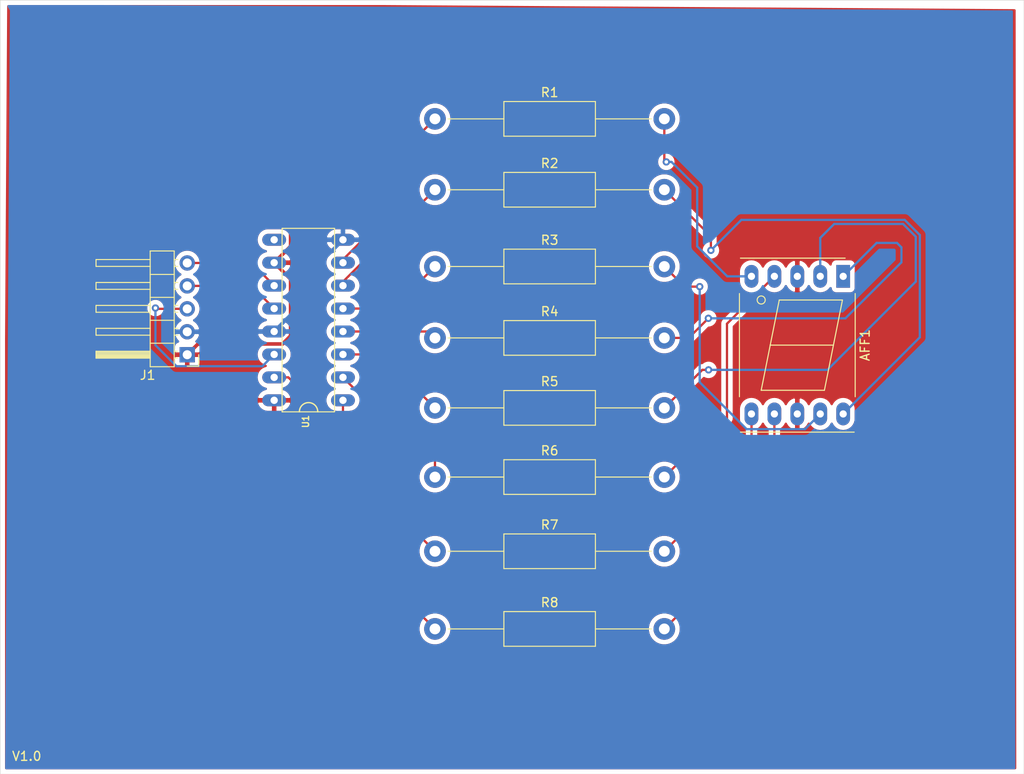
<source format=kicad_pcb>
(kicad_pcb (version 20171130) (host pcbnew 5.1.9+dfsg1-1)

  (general
    (thickness 1.6)
    (drawings 5)
    (tracks 110)
    (zones 0)
    (modules 11)
    (nets 22)
  )

  (page A4)
  (title_block
    (title "Seven Segment Display")
  )

  (layers
    (0 F.Cu signal)
    (31 B.Cu signal)
    (32 B.Adhes user)
    (33 F.Adhes user)
    (34 B.Paste user)
    (35 F.Paste user)
    (36 B.SilkS user)
    (37 F.SilkS user)
    (38 B.Mask user)
    (39 F.Mask user)
    (40 Dwgs.User user)
    (41 Cmts.User user)
    (42 Eco1.User user)
    (43 Eco2.User user)
    (44 Edge.Cuts user)
    (45 Margin user)
    (46 B.CrtYd user)
    (47 F.CrtYd user)
    (48 B.Fab user)
    (49 F.Fab user)
  )

  (setup
    (last_trace_width 0.25)
    (trace_clearance 0.2)
    (zone_clearance 0.508)
    (zone_45_only no)
    (trace_min 0.2)
    (via_size 0.8)
    (via_drill 0.4)
    (via_min_size 0.4)
    (via_min_drill 0.3)
    (uvia_size 0.3)
    (uvia_drill 0.1)
    (uvias_allowed no)
    (uvia_min_size 0.2)
    (uvia_min_drill 0.1)
    (edge_width 0.05)
    (segment_width 0.2)
    (pcb_text_width 0.3)
    (pcb_text_size 1.5 1.5)
    (mod_edge_width 0.12)
    (mod_text_size 1 1)
    (mod_text_width 0.15)
    (pad_size 1.524 1.524)
    (pad_drill 0.762)
    (pad_to_mask_clearance 0)
    (aux_axis_origin 0 0)
    (visible_elements FFFFFF7F)
    (pcbplotparams
      (layerselection 0x010fc_ffffffff)
      (usegerberextensions false)
      (usegerberattributes true)
      (usegerberadvancedattributes true)
      (creategerberjobfile true)
      (excludeedgelayer true)
      (linewidth 0.100000)
      (plotframeref false)
      (viasonmask false)
      (mode 1)
      (useauxorigin false)
      (hpglpennumber 1)
      (hpglpenspeed 20)
      (hpglpendiameter 15.000000)
      (psnegative false)
      (psa4output false)
      (plotreference true)
      (plotvalue true)
      (plotinvisibletext false)
      (padsonsilk false)
      (subtractmaskfromsilk false)
      (outputformat 1)
      (mirror false)
      (drillshape 1)
      (scaleselection 1)
      (outputdirectory ""))
  )

  (net 0 "")
  (net 1 "Net-(AFF1-Pad1)")
  (net 2 "Net-(AFF1-Pad2)")
  (net 3 VCC)
  (net 4 "Net-(AFF1-Pad4)")
  (net 5 "Net-(AFF1-Pad5)")
  (net 6 "Net-(AFF1-Pad6)")
  (net 7 "Net-(AFF1-Pad7)")
  (net 8 "Net-(AFF1-Pad9)")
  (net 9 "Net-(AFF1-Pad10)")
  (net 10 /DATA)
  (net 11 /CLOCK)
  (net 12 /LATCH)
  (net 13 GND)
  (net 14 /SG7)
  (net 15 /SG6)
  (net 16 /SG5)
  (net 17 /SG4)
  (net 18 /SG3)
  (net 19 /SG2)
  (net 20 /SG1)
  (net 21 /SG0)

  (net_class Default "This is the default net class."
    (clearance 0.2)
    (trace_width 0.25)
    (via_dia 0.8)
    (via_drill 0.4)
    (uvia_dia 0.3)
    (uvia_drill 0.1)
    (add_net /CLOCK)
    (add_net /DATA)
    (add_net /LATCH)
    (add_net /SG0)
    (add_net /SG1)
    (add_net /SG2)
    (add_net /SG3)
    (add_net /SG4)
    (add_net /SG5)
    (add_net /SG6)
    (add_net /SG7)
    (add_net "Net-(AFF1-Pad1)")
    (add_net "Net-(AFF1-Pad10)")
    (add_net "Net-(AFF1-Pad2)")
    (add_net "Net-(AFF1-Pad4)")
    (add_net "Net-(AFF1-Pad5)")
    (add_net "Net-(AFF1-Pad6)")
    (add_net "Net-(AFF1-Pad7)")
    (add_net "Net-(AFF1-Pad9)")
  )

  (net_class Power ""
    (clearance 0.3)
    (trace_width 0.4)
    (via_dia 0.7)
    (via_drill 0.5)
    (uvia_dia 0.3)
    (uvia_drill 0.1)
    (add_net GND)
    (add_net VCC)
  )

  (module "Seven Segment Display:DIP16-2.54-20.32X5.84MM" (layer F.Cu) (tedit 614EA283) (tstamp 614F04B3)
    (at 131.43 86.06 90)
    (descr "<b>Dual In Line Package</b>")
    (path /614EAEA2)
    (fp_text reference U1 (at -11.24304 -0.3176 270) (layer F.SilkS)
      (effects (font (size 0.70022 0.70022) (thickness 0.15)))
    )
    (fp_text value 74HC595 (at 8.323716 0.19062 90) (layer F.Fab)
      (effects (font (size 0.700439 0.700439) (thickness 0.15)))
    )
    (fp_poly (pts (xy -10.1801 -2.921) (xy 10.16 -2.921) (xy 10.16 2.92679) (xy -10.1801 2.92679)) (layer F.CrtYd) (width 0.01))
    (fp_line (start 10.15492 -2.92354) (end 10.15492 2.88036) (layer F.SilkS) (width 0.12))
    (fp_line (start 10.14476 2.88036) (end -10.15238 2.88036) (layer F.SilkS) (width 0.12))
    (fp_line (start -10.16762 2.8448) (end -10.16762 -2.92608) (layer F.SilkS) (width 0.12))
    (fp_line (start 10.15492 -2.93116) (end -10.16762 -2.93116) (layer F.SilkS) (width 0.12))
    (fp_arc (start -10.16 0) (end -10.16 1.016) (angle -180) (layer F.SilkS) (width 0.1524))
    (pad 16 thru_hole oval (at -8.89 -3.81 90) (size 1.3208 2.6416) (drill 0.8128) (layers *.Cu *.Mask)
      (net 3 VCC))
    (pad 15 thru_hole oval (at -6.35 -3.81 90) (size 1.3208 2.6416) (drill 0.8128) (layers *.Cu *.Mask)
      (net 21 /SG0))
    (pad 14 thru_hole oval (at -3.81 -3.81 90) (size 1.3208 2.6416) (drill 0.8128) (layers *.Cu *.Mask)
      (net 12 /LATCH))
    (pad 13 thru_hole oval (at -1.27 -3.81 90) (size 1.3208 2.6416) (drill 0.8128) (layers *.Cu *.Mask)
      (net 13 GND))
    (pad 12 thru_hole oval (at 1.27 -3.81 90) (size 1.3208 2.6416) (drill 0.8128) (layers *.Cu *.Mask)
      (net 11 /CLOCK))
    (pad 11 thru_hole oval (at 3.81 -3.81 90) (size 1.3208 2.6416) (drill 0.8128) (layers *.Cu *.Mask)
      (net 10 /DATA))
    (pad 10 thru_hole oval (at 6.35 -3.81 90) (size 1.3208 2.6416) (drill 0.8128) (layers *.Cu *.Mask)
      (net 3 VCC))
    (pad 9 thru_hole oval (at 8.89 -3.81 90) (size 1.3208 2.6416) (drill 0.8128) (layers *.Cu *.Mask))
    (pad 5 thru_hole oval (at 1.27 3.81 90) (size 1.3208 2.6416) (drill 0.8128) (layers *.Cu *.Mask)
      (net 16 /SG5))
    (pad 6 thru_hole oval (at 3.81 3.81 90) (size 1.3208 2.6416) (drill 0.8128) (layers *.Cu *.Mask)
      (net 15 /SG6))
    (pad 4 thru_hole oval (at -1.27 3.81 90) (size 1.3208 2.6416) (drill 0.8128) (layers *.Cu *.Mask)
      (net 17 /SG4))
    (pad 3 thru_hole oval (at -3.81 3.81 90) (size 1.3208 2.6416) (drill 0.8128) (layers *.Cu *.Mask)
      (net 18 /SG3))
    (pad 8 thru_hole oval (at 8.89 3.81 90) (size 1.3208 2.6416) (drill 0.8128) (layers *.Cu *.Mask)
      (net 13 GND))
    (pad 7 thru_hole oval (at 6.35 3.81 90) (size 1.3208 2.6416) (drill 0.8128) (layers *.Cu *.Mask)
      (net 14 /SG7))
    (pad 2 thru_hole oval (at -6.35 3.81 90) (size 1.3208 2.6416) (drill 0.8128) (layers *.Cu *.Mask)
      (net 19 /SG2))
    (pad 1 thru_hole oval (at -8.89 3.81 90) (size 1.3208 2.6416) (drill 0.8128) (layers *.Cu *.Mask)
      (net 20 /SG1))
  )

  (module Resistor_THT:R_Axial_DIN0411_L9.9mm_D3.6mm_P25.40mm_Horizontal (layer F.Cu) (tedit 5AE5139B) (tstamp 614F0499)
    (at 145.43 120.27)
    (descr "Resistor, Axial_DIN0411 series, Axial, Horizontal, pin pitch=25.4mm, 1W, length*diameter=9.9*3.6mm^2")
    (tags "Resistor Axial_DIN0411 series Axial Horizontal pin pitch 25.4mm 1W length 9.9mm diameter 3.6mm")
    (path /614E921B)
    (fp_text reference R8 (at 12.7 -2.92) (layer F.SilkS)
      (effects (font (size 1 1) (thickness 0.15)))
    )
    (fp_text value 2200 (at 12.7 2.92) (layer F.Fab)
      (effects (font (size 1 1) (thickness 0.15)))
    )
    (fp_line (start 7.75 -1.8) (end 7.75 1.8) (layer F.Fab) (width 0.1))
    (fp_line (start 7.75 1.8) (end 17.65 1.8) (layer F.Fab) (width 0.1))
    (fp_line (start 17.65 1.8) (end 17.65 -1.8) (layer F.Fab) (width 0.1))
    (fp_line (start 17.65 -1.8) (end 7.75 -1.8) (layer F.Fab) (width 0.1))
    (fp_line (start 0 0) (end 7.75 0) (layer F.Fab) (width 0.1))
    (fp_line (start 25.4 0) (end 17.65 0) (layer F.Fab) (width 0.1))
    (fp_line (start 7.63 -1.92) (end 7.63 1.92) (layer F.SilkS) (width 0.12))
    (fp_line (start 7.63 1.92) (end 17.77 1.92) (layer F.SilkS) (width 0.12))
    (fp_line (start 17.77 1.92) (end 17.77 -1.92) (layer F.SilkS) (width 0.12))
    (fp_line (start 17.77 -1.92) (end 7.63 -1.92) (layer F.SilkS) (width 0.12))
    (fp_line (start 1.44 0) (end 7.63 0) (layer F.SilkS) (width 0.12))
    (fp_line (start 23.96 0) (end 17.77 0) (layer F.SilkS) (width 0.12))
    (fp_line (start -1.45 -2.05) (end -1.45 2.05) (layer F.CrtYd) (width 0.05))
    (fp_line (start -1.45 2.05) (end 26.85 2.05) (layer F.CrtYd) (width 0.05))
    (fp_line (start 26.85 2.05) (end 26.85 -2.05) (layer F.CrtYd) (width 0.05))
    (fp_line (start 26.85 -2.05) (end -1.45 -2.05) (layer F.CrtYd) (width 0.05))
    (fp_text user %R (at 12.7 0) (layer F.Fab)
      (effects (font (size 1 1) (thickness 0.15)))
    )
    (pad 2 thru_hole oval (at 25.4 0) (size 2.4 2.4) (drill 1.2) (layers *.Cu *.Mask)
      (net 7 "Net-(AFF1-Pad7)"))
    (pad 1 thru_hole circle (at 0 0) (size 2.4 2.4) (drill 1.2) (layers *.Cu *.Mask)
      (net 21 /SG0))
    (model ${KISYS3DMOD}/Resistor_THT.3dshapes/R_Axial_DIN0411_L9.9mm_D3.6mm_P25.40mm_Horizontal.wrl
      (at (xyz 0 0 0))
      (scale (xyz 1 1 1))
      (rotate (xyz 0 0 0))
    )
  )

  (module Resistor_THT:R_Axial_DIN0411_L9.9mm_D3.6mm_P25.40mm_Horizontal (layer F.Cu) (tedit 5AE5139B) (tstamp 614F0482)
    (at 145.43 111.67)
    (descr "Resistor, Axial_DIN0411 series, Axial, Horizontal, pin pitch=25.4mm, 1W, length*diameter=9.9*3.6mm^2")
    (tags "Resistor Axial_DIN0411 series Axial Horizontal pin pitch 25.4mm 1W length 9.9mm diameter 3.6mm")
    (path /614E9622)
    (fp_text reference R7 (at 12.7 -2.92) (layer F.SilkS)
      (effects (font (size 1 1) (thickness 0.15)))
    )
    (fp_text value 2200 (at 12.7 2.92) (layer F.Fab)
      (effects (font (size 1 1) (thickness 0.15)))
    )
    (fp_line (start 7.75 -1.8) (end 7.75 1.8) (layer F.Fab) (width 0.1))
    (fp_line (start 7.75 1.8) (end 17.65 1.8) (layer F.Fab) (width 0.1))
    (fp_line (start 17.65 1.8) (end 17.65 -1.8) (layer F.Fab) (width 0.1))
    (fp_line (start 17.65 -1.8) (end 7.75 -1.8) (layer F.Fab) (width 0.1))
    (fp_line (start 0 0) (end 7.75 0) (layer F.Fab) (width 0.1))
    (fp_line (start 25.4 0) (end 17.65 0) (layer F.Fab) (width 0.1))
    (fp_line (start 7.63 -1.92) (end 7.63 1.92) (layer F.SilkS) (width 0.12))
    (fp_line (start 7.63 1.92) (end 17.77 1.92) (layer F.SilkS) (width 0.12))
    (fp_line (start 17.77 1.92) (end 17.77 -1.92) (layer F.SilkS) (width 0.12))
    (fp_line (start 17.77 -1.92) (end 7.63 -1.92) (layer F.SilkS) (width 0.12))
    (fp_line (start 1.44 0) (end 7.63 0) (layer F.SilkS) (width 0.12))
    (fp_line (start 23.96 0) (end 17.77 0) (layer F.SilkS) (width 0.12))
    (fp_line (start -1.45 -2.05) (end -1.45 2.05) (layer F.CrtYd) (width 0.05))
    (fp_line (start -1.45 2.05) (end 26.85 2.05) (layer F.CrtYd) (width 0.05))
    (fp_line (start 26.85 2.05) (end 26.85 -2.05) (layer F.CrtYd) (width 0.05))
    (fp_line (start 26.85 -2.05) (end -1.45 -2.05) (layer F.CrtYd) (width 0.05))
    (fp_text user %R (at 12.7 0) (layer F.Fab)
      (effects (font (size 1 1) (thickness 0.15)))
    )
    (pad 2 thru_hole oval (at 25.4 0) (size 2.4 2.4) (drill 1.2) (layers *.Cu *.Mask)
      (net 6 "Net-(AFF1-Pad6)"))
    (pad 1 thru_hole circle (at 0 0) (size 2.4 2.4) (drill 1.2) (layers *.Cu *.Mask)
      (net 20 /SG1))
    (model ${KISYS3DMOD}/Resistor_THT.3dshapes/R_Axial_DIN0411_L9.9mm_D3.6mm_P25.40mm_Horizontal.wrl
      (at (xyz 0 0 0))
      (scale (xyz 1 1 1))
      (rotate (xyz 0 0 0))
    )
  )

  (module Resistor_THT:R_Axial_DIN0411_L9.9mm_D3.6mm_P25.40mm_Horizontal (layer F.Cu) (tedit 5AE5139B) (tstamp 614F046B)
    (at 145.43 103.45)
    (descr "Resistor, Axial_DIN0411 series, Axial, Horizontal, pin pitch=25.4mm, 1W, length*diameter=9.9*3.6mm^2")
    (tags "Resistor Axial_DIN0411 series Axial Horizontal pin pitch 25.4mm 1W length 9.9mm diameter 3.6mm")
    (path /614E902E)
    (fp_text reference R6 (at 12.7 -2.92) (layer F.SilkS)
      (effects (font (size 1 1) (thickness 0.15)))
    )
    (fp_text value 2200 (at 12.7 2.92) (layer F.Fab)
      (effects (font (size 1 1) (thickness 0.15)))
    )
    (fp_line (start 7.75 -1.8) (end 7.75 1.8) (layer F.Fab) (width 0.1))
    (fp_line (start 7.75 1.8) (end 17.65 1.8) (layer F.Fab) (width 0.1))
    (fp_line (start 17.65 1.8) (end 17.65 -1.8) (layer F.Fab) (width 0.1))
    (fp_line (start 17.65 -1.8) (end 7.75 -1.8) (layer F.Fab) (width 0.1))
    (fp_line (start 0 0) (end 7.75 0) (layer F.Fab) (width 0.1))
    (fp_line (start 25.4 0) (end 17.65 0) (layer F.Fab) (width 0.1))
    (fp_line (start 7.63 -1.92) (end 7.63 1.92) (layer F.SilkS) (width 0.12))
    (fp_line (start 7.63 1.92) (end 17.77 1.92) (layer F.SilkS) (width 0.12))
    (fp_line (start 17.77 1.92) (end 17.77 -1.92) (layer F.SilkS) (width 0.12))
    (fp_line (start 17.77 -1.92) (end 7.63 -1.92) (layer F.SilkS) (width 0.12))
    (fp_line (start 1.44 0) (end 7.63 0) (layer F.SilkS) (width 0.12))
    (fp_line (start 23.96 0) (end 17.77 0) (layer F.SilkS) (width 0.12))
    (fp_line (start -1.45 -2.05) (end -1.45 2.05) (layer F.CrtYd) (width 0.05))
    (fp_line (start -1.45 2.05) (end 26.85 2.05) (layer F.CrtYd) (width 0.05))
    (fp_line (start 26.85 2.05) (end 26.85 -2.05) (layer F.CrtYd) (width 0.05))
    (fp_line (start 26.85 -2.05) (end -1.45 -2.05) (layer F.CrtYd) (width 0.05))
    (fp_text user %R (at 12.7 0) (layer F.Fab)
      (effects (font (size 1 1) (thickness 0.15)))
    )
    (pad 2 thru_hole oval (at 25.4 0) (size 2.4 2.4) (drill 1.2) (layers *.Cu *.Mask)
      (net 4 "Net-(AFF1-Pad4)"))
    (pad 1 thru_hole circle (at 0 0) (size 2.4 2.4) (drill 1.2) (layers *.Cu *.Mask)
      (net 19 /SG2))
    (model ${KISYS3DMOD}/Resistor_THT.3dshapes/R_Axial_DIN0411_L9.9mm_D3.6mm_P25.40mm_Horizontal.wrl
      (at (xyz 0 0 0))
      (scale (xyz 1 1 1))
      (rotate (xyz 0 0 0))
    )
  )

  (module Resistor_THT:R_Axial_DIN0411_L9.9mm_D3.6mm_P25.40mm_Horizontal (layer F.Cu) (tedit 5AE5139B) (tstamp 614F0454)
    (at 145.43 95.79)
    (descr "Resistor, Axial_DIN0411 series, Axial, Horizontal, pin pitch=25.4mm, 1W, length*diameter=9.9*3.6mm^2")
    (tags "Resistor Axial_DIN0411 series Axial Horizontal pin pitch 25.4mm 1W length 9.9mm diameter 3.6mm")
    (path /614E8198)
    (fp_text reference R5 (at 12.7 -2.92) (layer F.SilkS)
      (effects (font (size 1 1) (thickness 0.15)))
    )
    (fp_text value 2200 (at 12.7 2.92) (layer F.Fab)
      (effects (font (size 1 1) (thickness 0.15)))
    )
    (fp_line (start 7.75 -1.8) (end 7.75 1.8) (layer F.Fab) (width 0.1))
    (fp_line (start 7.75 1.8) (end 17.65 1.8) (layer F.Fab) (width 0.1))
    (fp_line (start 17.65 1.8) (end 17.65 -1.8) (layer F.Fab) (width 0.1))
    (fp_line (start 17.65 -1.8) (end 7.75 -1.8) (layer F.Fab) (width 0.1))
    (fp_line (start 0 0) (end 7.75 0) (layer F.Fab) (width 0.1))
    (fp_line (start 25.4 0) (end 17.65 0) (layer F.Fab) (width 0.1))
    (fp_line (start 7.63 -1.92) (end 7.63 1.92) (layer F.SilkS) (width 0.12))
    (fp_line (start 7.63 1.92) (end 17.77 1.92) (layer F.SilkS) (width 0.12))
    (fp_line (start 17.77 1.92) (end 17.77 -1.92) (layer F.SilkS) (width 0.12))
    (fp_line (start 17.77 -1.92) (end 7.63 -1.92) (layer F.SilkS) (width 0.12))
    (fp_line (start 1.44 0) (end 7.63 0) (layer F.SilkS) (width 0.12))
    (fp_line (start 23.96 0) (end 17.77 0) (layer F.SilkS) (width 0.12))
    (fp_line (start -1.45 -2.05) (end -1.45 2.05) (layer F.CrtYd) (width 0.05))
    (fp_line (start -1.45 2.05) (end 26.85 2.05) (layer F.CrtYd) (width 0.05))
    (fp_line (start 26.85 2.05) (end 26.85 -2.05) (layer F.CrtYd) (width 0.05))
    (fp_line (start 26.85 -2.05) (end -1.45 -2.05) (layer F.CrtYd) (width 0.05))
    (fp_text user %R (at 12.7 0) (layer F.Fab)
      (effects (font (size 1 1) (thickness 0.15)))
    )
    (pad 2 thru_hole oval (at 25.4 0) (size 2.4 2.4) (drill 1.2) (layers *.Cu *.Mask)
      (net 2 "Net-(AFF1-Pad2)"))
    (pad 1 thru_hole circle (at 0 0) (size 2.4 2.4) (drill 1.2) (layers *.Cu *.Mask)
      (net 18 /SG3))
    (model ${KISYS3DMOD}/Resistor_THT.3dshapes/R_Axial_DIN0411_L9.9mm_D3.6mm_P25.40mm_Horizontal.wrl
      (at (xyz 0 0 0))
      (scale (xyz 1 1 1))
      (rotate (xyz 0 0 0))
    )
  )

  (module Resistor_THT:R_Axial_DIN0411_L9.9mm_D3.6mm_P25.40mm_Horizontal (layer F.Cu) (tedit 5AE5139B) (tstamp 614F043D)
    (at 145.43 88.04)
    (descr "Resistor, Axial_DIN0411 series, Axial, Horizontal, pin pitch=25.4mm, 1W, length*diameter=9.9*3.6mm^2")
    (tags "Resistor Axial_DIN0411 series Axial Horizontal pin pitch 25.4mm 1W length 9.9mm diameter 3.6mm")
    (path /614E9534)
    (fp_text reference R4 (at 12.7 -2.92) (layer F.SilkS)
      (effects (font (size 1 1) (thickness 0.15)))
    )
    (fp_text value 2200 (at 12.7 2.92) (layer F.Fab)
      (effects (font (size 1 1) (thickness 0.15)))
    )
    (fp_line (start 7.75 -1.8) (end 7.75 1.8) (layer F.Fab) (width 0.1))
    (fp_line (start 7.75 1.8) (end 17.65 1.8) (layer F.Fab) (width 0.1))
    (fp_line (start 17.65 1.8) (end 17.65 -1.8) (layer F.Fab) (width 0.1))
    (fp_line (start 17.65 -1.8) (end 7.75 -1.8) (layer F.Fab) (width 0.1))
    (fp_line (start 0 0) (end 7.75 0) (layer F.Fab) (width 0.1))
    (fp_line (start 25.4 0) (end 17.65 0) (layer F.Fab) (width 0.1))
    (fp_line (start 7.63 -1.92) (end 7.63 1.92) (layer F.SilkS) (width 0.12))
    (fp_line (start 7.63 1.92) (end 17.77 1.92) (layer F.SilkS) (width 0.12))
    (fp_line (start 17.77 1.92) (end 17.77 -1.92) (layer F.SilkS) (width 0.12))
    (fp_line (start 17.77 -1.92) (end 7.63 -1.92) (layer F.SilkS) (width 0.12))
    (fp_line (start 1.44 0) (end 7.63 0) (layer F.SilkS) (width 0.12))
    (fp_line (start 23.96 0) (end 17.77 0) (layer F.SilkS) (width 0.12))
    (fp_line (start -1.45 -2.05) (end -1.45 2.05) (layer F.CrtYd) (width 0.05))
    (fp_line (start -1.45 2.05) (end 26.85 2.05) (layer F.CrtYd) (width 0.05))
    (fp_line (start 26.85 2.05) (end 26.85 -2.05) (layer F.CrtYd) (width 0.05))
    (fp_line (start 26.85 -2.05) (end -1.45 -2.05) (layer F.CrtYd) (width 0.05))
    (fp_text user %R (at 12.7 0) (layer F.Fab)
      (effects (font (size 1 1) (thickness 0.15)))
    )
    (pad 2 thru_hole oval (at 25.4 0) (size 2.4 2.4) (drill 1.2) (layers *.Cu *.Mask)
      (net 1 "Net-(AFF1-Pad1)"))
    (pad 1 thru_hole circle (at 0 0) (size 2.4 2.4) (drill 1.2) (layers *.Cu *.Mask)
      (net 17 /SG4))
    (model ${KISYS3DMOD}/Resistor_THT.3dshapes/R_Axial_DIN0411_L9.9mm_D3.6mm_P25.40mm_Horizontal.wrl
      (at (xyz 0 0 0))
      (scale (xyz 1 1 1))
      (rotate (xyz 0 0 0))
    )
  )

  (module Resistor_THT:R_Axial_DIN0411_L9.9mm_D3.6mm_P25.40mm_Horizontal (layer F.Cu) (tedit 5AE5139B) (tstamp 614F0426)
    (at 145.43 80.13)
    (descr "Resistor, Axial_DIN0411 series, Axial, Horizontal, pin pitch=25.4mm, 1W, length*diameter=9.9*3.6mm^2")
    (tags "Resistor Axial_DIN0411 series Axial Horizontal pin pitch 25.4mm 1W length 9.9mm diameter 3.6mm")
    (path /614E8D33)
    (fp_text reference R3 (at 12.7 -2.92) (layer F.SilkS)
      (effects (font (size 1 1) (thickness 0.15)))
    )
    (fp_text value 2200 (at 12.7 2.92) (layer F.Fab)
      (effects (font (size 1 1) (thickness 0.15)))
    )
    (fp_line (start 7.75 -1.8) (end 7.75 1.8) (layer F.Fab) (width 0.1))
    (fp_line (start 7.75 1.8) (end 17.65 1.8) (layer F.Fab) (width 0.1))
    (fp_line (start 17.65 1.8) (end 17.65 -1.8) (layer F.Fab) (width 0.1))
    (fp_line (start 17.65 -1.8) (end 7.75 -1.8) (layer F.Fab) (width 0.1))
    (fp_line (start 0 0) (end 7.75 0) (layer F.Fab) (width 0.1))
    (fp_line (start 25.4 0) (end 17.65 0) (layer F.Fab) (width 0.1))
    (fp_line (start 7.63 -1.92) (end 7.63 1.92) (layer F.SilkS) (width 0.12))
    (fp_line (start 7.63 1.92) (end 17.77 1.92) (layer F.SilkS) (width 0.12))
    (fp_line (start 17.77 1.92) (end 17.77 -1.92) (layer F.SilkS) (width 0.12))
    (fp_line (start 17.77 -1.92) (end 7.63 -1.92) (layer F.SilkS) (width 0.12))
    (fp_line (start 1.44 0) (end 7.63 0) (layer F.SilkS) (width 0.12))
    (fp_line (start 23.96 0) (end 17.77 0) (layer F.SilkS) (width 0.12))
    (fp_line (start -1.45 -2.05) (end -1.45 2.05) (layer F.CrtYd) (width 0.05))
    (fp_line (start -1.45 2.05) (end 26.85 2.05) (layer F.CrtYd) (width 0.05))
    (fp_line (start 26.85 2.05) (end 26.85 -2.05) (layer F.CrtYd) (width 0.05))
    (fp_line (start 26.85 -2.05) (end -1.45 -2.05) (layer F.CrtYd) (width 0.05))
    (fp_text user %R (at 12.7 0) (layer F.Fab)
      (effects (font (size 1 1) (thickness 0.15)))
    )
    (pad 2 thru_hole oval (at 25.4 0) (size 2.4 2.4) (drill 1.2) (layers *.Cu *.Mask)
      (net 8 "Net-(AFF1-Pad9)"))
    (pad 1 thru_hole circle (at 0 0) (size 2.4 2.4) (drill 1.2) (layers *.Cu *.Mask)
      (net 16 /SG5))
    (model ${KISYS3DMOD}/Resistor_THT.3dshapes/R_Axial_DIN0411_L9.9mm_D3.6mm_P25.40mm_Horizontal.wrl
      (at (xyz 0 0 0))
      (scale (xyz 1 1 1))
      (rotate (xyz 0 0 0))
    )
  )

  (module Resistor_THT:R_Axial_DIN0411_L9.9mm_D3.6mm_P25.40mm_Horizontal (layer F.Cu) (tedit 5AE5139B) (tstamp 614F040F)
    (at 145.43 71.63)
    (descr "Resistor, Axial_DIN0411 series, Axial, Horizontal, pin pitch=25.4mm, 1W, length*diameter=9.9*3.6mm^2")
    (tags "Resistor Axial_DIN0411 series Axial Horizontal pin pitch 25.4mm 1W length 9.9mm diameter 3.6mm")
    (path /614E89AC)
    (fp_text reference R2 (at 12.7 -2.92) (layer F.SilkS)
      (effects (font (size 1 1) (thickness 0.15)))
    )
    (fp_text value 2200 (at 12.7 2.92) (layer F.Fab)
      (effects (font (size 1 1) (thickness 0.15)))
    )
    (fp_line (start 7.75 -1.8) (end 7.75 1.8) (layer F.Fab) (width 0.1))
    (fp_line (start 7.75 1.8) (end 17.65 1.8) (layer F.Fab) (width 0.1))
    (fp_line (start 17.65 1.8) (end 17.65 -1.8) (layer F.Fab) (width 0.1))
    (fp_line (start 17.65 -1.8) (end 7.75 -1.8) (layer F.Fab) (width 0.1))
    (fp_line (start 0 0) (end 7.75 0) (layer F.Fab) (width 0.1))
    (fp_line (start 25.4 0) (end 17.65 0) (layer F.Fab) (width 0.1))
    (fp_line (start 7.63 -1.92) (end 7.63 1.92) (layer F.SilkS) (width 0.12))
    (fp_line (start 7.63 1.92) (end 17.77 1.92) (layer F.SilkS) (width 0.12))
    (fp_line (start 17.77 1.92) (end 17.77 -1.92) (layer F.SilkS) (width 0.12))
    (fp_line (start 17.77 -1.92) (end 7.63 -1.92) (layer F.SilkS) (width 0.12))
    (fp_line (start 1.44 0) (end 7.63 0) (layer F.SilkS) (width 0.12))
    (fp_line (start 23.96 0) (end 17.77 0) (layer F.SilkS) (width 0.12))
    (fp_line (start -1.45 -2.05) (end -1.45 2.05) (layer F.CrtYd) (width 0.05))
    (fp_line (start -1.45 2.05) (end 26.85 2.05) (layer F.CrtYd) (width 0.05))
    (fp_line (start 26.85 2.05) (end 26.85 -2.05) (layer F.CrtYd) (width 0.05))
    (fp_line (start 26.85 -2.05) (end -1.45 -2.05) (layer F.CrtYd) (width 0.05))
    (fp_text user %R (at 12.7 0) (layer F.Fab)
      (effects (font (size 1 1) (thickness 0.15)))
    )
    (pad 2 thru_hole oval (at 25.4 0) (size 2.4 2.4) (drill 1.2) (layers *.Cu *.Mask)
      (net 9 "Net-(AFF1-Pad10)"))
    (pad 1 thru_hole circle (at 0 0) (size 2.4 2.4) (drill 1.2) (layers *.Cu *.Mask)
      (net 15 /SG6))
    (model ${KISYS3DMOD}/Resistor_THT.3dshapes/R_Axial_DIN0411_L9.9mm_D3.6mm_P25.40mm_Horizontal.wrl
      (at (xyz 0 0 0))
      (scale (xyz 1 1 1))
      (rotate (xyz 0 0 0))
    )
  )

  (module Resistor_THT:R_Axial_DIN0411_L9.9mm_D3.6mm_P25.40mm_Horizontal (layer F.Cu) (tedit 5AE5139B) (tstamp 614F03F8)
    (at 145.43 63.78)
    (descr "Resistor, Axial_DIN0411 series, Axial, Horizontal, pin pitch=25.4mm, 1W, length*diameter=9.9*3.6mm^2")
    (tags "Resistor Axial_DIN0411 series Axial Horizontal pin pitch 25.4mm 1W length 9.9mm diameter 3.6mm")
    (path /614E8AE7)
    (fp_text reference R1 (at 12.7 -2.92) (layer F.SilkS)
      (effects (font (size 1 1) (thickness 0.15)))
    )
    (fp_text value 2200 (at 12.7 2.92) (layer F.Fab)
      (effects (font (size 1 1) (thickness 0.15)))
    )
    (fp_line (start 7.75 -1.8) (end 7.75 1.8) (layer F.Fab) (width 0.1))
    (fp_line (start 7.75 1.8) (end 17.65 1.8) (layer F.Fab) (width 0.1))
    (fp_line (start 17.65 1.8) (end 17.65 -1.8) (layer F.Fab) (width 0.1))
    (fp_line (start 17.65 -1.8) (end 7.75 -1.8) (layer F.Fab) (width 0.1))
    (fp_line (start 0 0) (end 7.75 0) (layer F.Fab) (width 0.1))
    (fp_line (start 25.4 0) (end 17.65 0) (layer F.Fab) (width 0.1))
    (fp_line (start 7.63 -1.92) (end 7.63 1.92) (layer F.SilkS) (width 0.12))
    (fp_line (start 7.63 1.92) (end 17.77 1.92) (layer F.SilkS) (width 0.12))
    (fp_line (start 17.77 1.92) (end 17.77 -1.92) (layer F.SilkS) (width 0.12))
    (fp_line (start 17.77 -1.92) (end 7.63 -1.92) (layer F.SilkS) (width 0.12))
    (fp_line (start 1.44 0) (end 7.63 0) (layer F.SilkS) (width 0.12))
    (fp_line (start 23.96 0) (end 17.77 0) (layer F.SilkS) (width 0.12))
    (fp_line (start -1.45 -2.05) (end -1.45 2.05) (layer F.CrtYd) (width 0.05))
    (fp_line (start -1.45 2.05) (end 26.85 2.05) (layer F.CrtYd) (width 0.05))
    (fp_line (start 26.85 2.05) (end 26.85 -2.05) (layer F.CrtYd) (width 0.05))
    (fp_line (start 26.85 -2.05) (end -1.45 -2.05) (layer F.CrtYd) (width 0.05))
    (fp_text user %R (at 12.7 0) (layer F.Fab)
      (effects (font (size 1 1) (thickness 0.15)))
    )
    (pad 2 thru_hole oval (at 25.4 0) (size 2.4 2.4) (drill 1.2) (layers *.Cu *.Mask)
      (net 5 "Net-(AFF1-Pad5)"))
    (pad 1 thru_hole circle (at 0 0) (size 2.4 2.4) (drill 1.2) (layers *.Cu *.Mask)
      (net 14 /SG7))
    (model ${KISYS3DMOD}/Resistor_THT.3dshapes/R_Axial_DIN0411_L9.9mm_D3.6mm_P25.40mm_Horizontal.wrl
      (at (xyz 0 0 0))
      (scale (xyz 1 1 1))
      (rotate (xyz 0 0 0))
    )
  )

  (module Connector_PinHeader_2.54mm:PinHeader_1x05_P2.54mm_Horizontal (layer F.Cu) (tedit 59FED5CB) (tstamp 614F03E1)
    (at 117.99 89.9 180)
    (descr "Through hole angled pin header, 1x05, 2.54mm pitch, 6mm pin length, single row")
    (tags "Through hole angled pin header THT 1x05 2.54mm single row")
    (path /614E9B37)
    (fp_text reference J1 (at 4.385 -2.27) (layer F.SilkS)
      (effects (font (size 1 1) (thickness 0.15)))
    )
    (fp_text value Conn_01x05 (at 4.385 12.43) (layer F.Fab)
      (effects (font (size 1 1) (thickness 0.15)))
    )
    (fp_line (start 2.135 -1.27) (end 4.04 -1.27) (layer F.Fab) (width 0.1))
    (fp_line (start 4.04 -1.27) (end 4.04 11.43) (layer F.Fab) (width 0.1))
    (fp_line (start 4.04 11.43) (end 1.5 11.43) (layer F.Fab) (width 0.1))
    (fp_line (start 1.5 11.43) (end 1.5 -0.635) (layer F.Fab) (width 0.1))
    (fp_line (start 1.5 -0.635) (end 2.135 -1.27) (layer F.Fab) (width 0.1))
    (fp_line (start -0.32 -0.32) (end 1.5 -0.32) (layer F.Fab) (width 0.1))
    (fp_line (start -0.32 -0.32) (end -0.32 0.32) (layer F.Fab) (width 0.1))
    (fp_line (start -0.32 0.32) (end 1.5 0.32) (layer F.Fab) (width 0.1))
    (fp_line (start 4.04 -0.32) (end 10.04 -0.32) (layer F.Fab) (width 0.1))
    (fp_line (start 10.04 -0.32) (end 10.04 0.32) (layer F.Fab) (width 0.1))
    (fp_line (start 4.04 0.32) (end 10.04 0.32) (layer F.Fab) (width 0.1))
    (fp_line (start -0.32 2.22) (end 1.5 2.22) (layer F.Fab) (width 0.1))
    (fp_line (start -0.32 2.22) (end -0.32 2.86) (layer F.Fab) (width 0.1))
    (fp_line (start -0.32 2.86) (end 1.5 2.86) (layer F.Fab) (width 0.1))
    (fp_line (start 4.04 2.22) (end 10.04 2.22) (layer F.Fab) (width 0.1))
    (fp_line (start 10.04 2.22) (end 10.04 2.86) (layer F.Fab) (width 0.1))
    (fp_line (start 4.04 2.86) (end 10.04 2.86) (layer F.Fab) (width 0.1))
    (fp_line (start -0.32 4.76) (end 1.5 4.76) (layer F.Fab) (width 0.1))
    (fp_line (start -0.32 4.76) (end -0.32 5.4) (layer F.Fab) (width 0.1))
    (fp_line (start -0.32 5.4) (end 1.5 5.4) (layer F.Fab) (width 0.1))
    (fp_line (start 4.04 4.76) (end 10.04 4.76) (layer F.Fab) (width 0.1))
    (fp_line (start 10.04 4.76) (end 10.04 5.4) (layer F.Fab) (width 0.1))
    (fp_line (start 4.04 5.4) (end 10.04 5.4) (layer F.Fab) (width 0.1))
    (fp_line (start -0.32 7.3) (end 1.5 7.3) (layer F.Fab) (width 0.1))
    (fp_line (start -0.32 7.3) (end -0.32 7.94) (layer F.Fab) (width 0.1))
    (fp_line (start -0.32 7.94) (end 1.5 7.94) (layer F.Fab) (width 0.1))
    (fp_line (start 4.04 7.3) (end 10.04 7.3) (layer F.Fab) (width 0.1))
    (fp_line (start 10.04 7.3) (end 10.04 7.94) (layer F.Fab) (width 0.1))
    (fp_line (start 4.04 7.94) (end 10.04 7.94) (layer F.Fab) (width 0.1))
    (fp_line (start -0.32 9.84) (end 1.5 9.84) (layer F.Fab) (width 0.1))
    (fp_line (start -0.32 9.84) (end -0.32 10.48) (layer F.Fab) (width 0.1))
    (fp_line (start -0.32 10.48) (end 1.5 10.48) (layer F.Fab) (width 0.1))
    (fp_line (start 4.04 9.84) (end 10.04 9.84) (layer F.Fab) (width 0.1))
    (fp_line (start 10.04 9.84) (end 10.04 10.48) (layer F.Fab) (width 0.1))
    (fp_line (start 4.04 10.48) (end 10.04 10.48) (layer F.Fab) (width 0.1))
    (fp_line (start 1.44 -1.33) (end 1.44 11.49) (layer F.SilkS) (width 0.12))
    (fp_line (start 1.44 11.49) (end 4.1 11.49) (layer F.SilkS) (width 0.12))
    (fp_line (start 4.1 11.49) (end 4.1 -1.33) (layer F.SilkS) (width 0.12))
    (fp_line (start 4.1 -1.33) (end 1.44 -1.33) (layer F.SilkS) (width 0.12))
    (fp_line (start 4.1 -0.38) (end 10.1 -0.38) (layer F.SilkS) (width 0.12))
    (fp_line (start 10.1 -0.38) (end 10.1 0.38) (layer F.SilkS) (width 0.12))
    (fp_line (start 10.1 0.38) (end 4.1 0.38) (layer F.SilkS) (width 0.12))
    (fp_line (start 4.1 -0.32) (end 10.1 -0.32) (layer F.SilkS) (width 0.12))
    (fp_line (start 4.1 -0.2) (end 10.1 -0.2) (layer F.SilkS) (width 0.12))
    (fp_line (start 4.1 -0.08) (end 10.1 -0.08) (layer F.SilkS) (width 0.12))
    (fp_line (start 4.1 0.04) (end 10.1 0.04) (layer F.SilkS) (width 0.12))
    (fp_line (start 4.1 0.16) (end 10.1 0.16) (layer F.SilkS) (width 0.12))
    (fp_line (start 4.1 0.28) (end 10.1 0.28) (layer F.SilkS) (width 0.12))
    (fp_line (start 1.11 -0.38) (end 1.44 -0.38) (layer F.SilkS) (width 0.12))
    (fp_line (start 1.11 0.38) (end 1.44 0.38) (layer F.SilkS) (width 0.12))
    (fp_line (start 1.44 1.27) (end 4.1 1.27) (layer F.SilkS) (width 0.12))
    (fp_line (start 4.1 2.16) (end 10.1 2.16) (layer F.SilkS) (width 0.12))
    (fp_line (start 10.1 2.16) (end 10.1 2.92) (layer F.SilkS) (width 0.12))
    (fp_line (start 10.1 2.92) (end 4.1 2.92) (layer F.SilkS) (width 0.12))
    (fp_line (start 1.042929 2.16) (end 1.44 2.16) (layer F.SilkS) (width 0.12))
    (fp_line (start 1.042929 2.92) (end 1.44 2.92) (layer F.SilkS) (width 0.12))
    (fp_line (start 1.44 3.81) (end 4.1 3.81) (layer F.SilkS) (width 0.12))
    (fp_line (start 4.1 4.7) (end 10.1 4.7) (layer F.SilkS) (width 0.12))
    (fp_line (start 10.1 4.7) (end 10.1 5.46) (layer F.SilkS) (width 0.12))
    (fp_line (start 10.1 5.46) (end 4.1 5.46) (layer F.SilkS) (width 0.12))
    (fp_line (start 1.042929 4.7) (end 1.44 4.7) (layer F.SilkS) (width 0.12))
    (fp_line (start 1.042929 5.46) (end 1.44 5.46) (layer F.SilkS) (width 0.12))
    (fp_line (start 1.44 6.35) (end 4.1 6.35) (layer F.SilkS) (width 0.12))
    (fp_line (start 4.1 7.24) (end 10.1 7.24) (layer F.SilkS) (width 0.12))
    (fp_line (start 10.1 7.24) (end 10.1 8) (layer F.SilkS) (width 0.12))
    (fp_line (start 10.1 8) (end 4.1 8) (layer F.SilkS) (width 0.12))
    (fp_line (start 1.042929 7.24) (end 1.44 7.24) (layer F.SilkS) (width 0.12))
    (fp_line (start 1.042929 8) (end 1.44 8) (layer F.SilkS) (width 0.12))
    (fp_line (start 1.44 8.89) (end 4.1 8.89) (layer F.SilkS) (width 0.12))
    (fp_line (start 4.1 9.78) (end 10.1 9.78) (layer F.SilkS) (width 0.12))
    (fp_line (start 10.1 9.78) (end 10.1 10.54) (layer F.SilkS) (width 0.12))
    (fp_line (start 10.1 10.54) (end 4.1 10.54) (layer F.SilkS) (width 0.12))
    (fp_line (start 1.042929 9.78) (end 1.44 9.78) (layer F.SilkS) (width 0.12))
    (fp_line (start 1.042929 10.54) (end 1.44 10.54) (layer F.SilkS) (width 0.12))
    (fp_line (start -1.27 0) (end -1.27 -1.27) (layer F.SilkS) (width 0.12))
    (fp_line (start -1.27 -1.27) (end 0 -1.27) (layer F.SilkS) (width 0.12))
    (fp_line (start -1.8 -1.8) (end -1.8 11.95) (layer F.CrtYd) (width 0.05))
    (fp_line (start -1.8 11.95) (end 10.55 11.95) (layer F.CrtYd) (width 0.05))
    (fp_line (start 10.55 11.95) (end 10.55 -1.8) (layer F.CrtYd) (width 0.05))
    (fp_line (start 10.55 -1.8) (end -1.8 -1.8) (layer F.CrtYd) (width 0.05))
    (fp_text user %R (at 2.77 5.08 90) (layer F.Fab)
      (effects (font (size 1 1) (thickness 0.15)))
    )
    (pad 5 thru_hole oval (at 0 10.16 180) (size 1.7 1.7) (drill 1) (layers *.Cu *.Mask)
      (net 10 /DATA))
    (pad 4 thru_hole oval (at 0 7.62 180) (size 1.7 1.7) (drill 1) (layers *.Cu *.Mask)
      (net 11 /CLOCK))
    (pad 3 thru_hole oval (at 0 5.08 180) (size 1.7 1.7) (drill 1) (layers *.Cu *.Mask)
      (net 12 /LATCH))
    (pad 2 thru_hole oval (at 0 2.54 180) (size 1.7 1.7) (drill 1) (layers *.Cu *.Mask)
      (net 13 GND))
    (pad 1 thru_hole rect (at 0 0 180) (size 1.7 1.7) (drill 1) (layers *.Cu *.Mask)
      (net 3 VCC))
    (model ${KISYS3DMOD}/Connector_PinHeader_2.54mm.3dshapes/PinHeader_1x05_P2.54mm_Horizontal.wrl
      (at (xyz 0 0 0))
      (scale (xyz 1 1 1))
      (rotate (xyz 0 0 0))
    )
  )

  (module Display_7Segment:7SegmentLED_LTS6760_LTS6780 (layer F.Cu) (tedit 5D86971C) (tstamp 614F0387)
    (at 190.64 81.22 270)
    (descr "7-Segment Display, LTS67x0, http://optoelectronics.liteon.com/upload/download/DS30-2001-355/S6760jd.pdf")
    (tags "7Segment LED LTS6760 LTS6780")
    (path /614EC1C9)
    (fp_text reference AFF1 (at 7.62 -2.42 90) (layer F.SilkS)
      (effects (font (size 1 1) (thickness 0.15)))
    )
    (fp_text value LTS-6980HR (at 7.62 12.58 90) (layer F.Fab)
      (effects (font (size 1 1) (thickness 0.15)))
    )
    (fp_line (start -0.905 -1.22) (end 17.145 -1.22) (layer F.Fab) (width 0.1))
    (fp_circle (center 2.62 9.08) (end 3.067214 9.08) (layer F.SilkS) (width 0.12))
    (fp_line (start 12.62 2.08) (end 12.62 9.08) (layer F.SilkS) (width 0.12))
    (fp_line (start 7.62 8.08) (end 7.62 1.08) (layer F.SilkS) (width 0.12))
    (fp_line (start 12.62 9.08) (end 7.62 8.08) (layer F.SilkS) (width 0.12))
    (fp_line (start 2.62 7.08) (end 7.62 8.08) (layer F.SilkS) (width 0.12))
    (fp_line (start 2.62 0.08) (end 2.62 7.08) (layer F.SilkS) (width 0.12))
    (fp_line (start 7.62 1.08) (end 2.62 0.08) (layer F.SilkS) (width 0.12))
    (fp_line (start 12.62 2.08) (end 7.62 1.08) (layer F.SilkS) (width 0.12))
    (fp_line (start -1.905 11.38) (end 17.145 11.38) (layer F.Fab) (width 0.1))
    (fp_line (start -1.905 -0.22) (end -1.905 11.38) (layer F.Fab) (width 0.1))
    (fp_line (start 17.145 11.38) (end 17.145 -1.22) (layer F.Fab) (width 0.1))
    (fp_line (start -0.905 -1.22) (end -1.905 -0.22) (layer F.Fab) (width 0.1))
    (fp_line (start -2.16 11.63) (end 17.4 11.63) (layer F.CrtYd) (width 0.05))
    (fp_line (start -2.16 -1.47) (end 17.4 -1.47) (layer F.CrtYd) (width 0.05))
    (fp_line (start 17.4 -1.47) (end 17.4 11.63) (layer F.CrtYd) (width 0.05))
    (fp_line (start -2.16 -1.47) (end -2.16 11.63) (layer F.CrtYd) (width 0.05))
    (fp_line (start 17.255 11.38) (end 17.255 -1.22) (layer F.SilkS) (width 0.12))
    (fp_line (start -2.015 -0.22) (end -2.015 11.38) (layer F.SilkS) (width 0.12))
    (fp_line (start 1.905 11.49) (end 13.335 11.49) (layer F.SilkS) (width 0.12))
    (fp_line (start 1.905 -1.33) (end 13.335 -1.33) (layer F.SilkS) (width 0.12))
    (fp_text user %R (at 7.87 5.08 90) (layer F.Fab)
      (effects (font (size 1 1) (thickness 0.15)))
    )
    (pad 1 thru_hole rect (at 0 0 180) (size 1.524 2.524) (drill 0.8) (layers *.Cu *.Mask)
      (net 1 "Net-(AFF1-Pad1)"))
    (pad 2 thru_hole oval (at 0 2.54 180) (size 1.524 2.524) (drill 0.8) (layers *.Cu *.Mask)
      (net 2 "Net-(AFF1-Pad2)"))
    (pad 3 thru_hole oval (at 0 5.08 180) (size 1.524 2.524) (drill 0.8) (layers *.Cu *.Mask)
      (net 3 VCC))
    (pad 4 thru_hole oval (at 0 7.62 180) (size 1.524 2.524) (drill 0.8) (layers *.Cu *.Mask)
      (net 4 "Net-(AFF1-Pad4)"))
    (pad 5 thru_hole oval (at 0 10.16 180) (size 1.524 2.524) (drill 0.8) (layers *.Cu *.Mask)
      (net 5 "Net-(AFF1-Pad5)"))
    (pad 6 thru_hole oval (at 15.24 10.16 180) (size 1.524 2.524) (drill 0.8) (layers *.Cu *.Mask)
      (net 6 "Net-(AFF1-Pad6)"))
    (pad 7 thru_hole oval (at 15.24 7.62 180) (size 1.524 2.524) (drill 0.8) (layers *.Cu *.Mask)
      (net 7 "Net-(AFF1-Pad7)"))
    (pad 8 thru_hole oval (at 15.24 5.08 180) (size 1.524 2.524) (drill 0.8) (layers *.Cu *.Mask)
      (net 3 VCC))
    (pad 9 thru_hole oval (at 15.24 2.54 180) (size 1.524 2.524) (drill 0.8) (layers *.Cu *.Mask)
      (net 8 "Net-(AFF1-Pad9)"))
    (pad 10 thru_hole oval (at 15.24 0 180) (size 1.524 2.524) (drill 0.8) (layers *.Cu *.Mask)
      (net 9 "Net-(AFF1-Pad10)"))
    (model ${KISYS3DMOD}/Display_7Segment.3dshapes/7SegmentLED_LTS6760_LTS6780.wrl
      (at (xyz 0 0 0))
      (scale (xyz 1 1 1))
      (rotate (xyz 0 0 0))
    )
  )

  (gr_text V1.0 (at 100.22 134.37) (layer F.SilkS)
    (effects (font (size 1 1) (thickness 0.15)))
  )
  (gr_line (start 97.28 136.35) (end 97.28 50.64) (layer Edge.Cuts) (width 0.05))
  (gr_line (start 210.66 136.35) (end 97.28 136.35) (layer Edge.Cuts) (width 0.05))
  (gr_line (start 210.66 50.64) (end 210.66 136.35) (layer Edge.Cuts) (width 0.05))
  (gr_line (start 97.28 50.64) (end 210.66 50.64) (layer Edge.Cuts) (width 0.05))

  (via (at 175.71 85.87) (size 0.8) (drill 0.4) (layers F.Cu B.Cu) (net 1))
  (segment (start 173.54 88.04) (end 175.71 85.87) (width 0.25) (layer F.Cu) (net 1))
  (segment (start 170.83 88.04) (end 173.54 88.04) (width 0.25) (layer F.Cu) (net 1))
  (segment (start 175.71 85.87) (end 190.89 85.87) (width 0.25) (layer B.Cu) (net 1))
  (segment (start 190.89 85.87) (end 197.09 79.67) (width 0.25) (layer B.Cu) (net 1))
  (segment (start 197.09 79.67) (end 197.09 78.01) (width 0.25) (layer B.Cu) (net 1))
  (segment (start 197.09 78.01) (end 196.6 77.52) (width 0.25) (layer B.Cu) (net 1))
  (segment (start 194.34 77.52) (end 190.64 81.22) (width 0.25) (layer B.Cu) (net 1))
  (segment (start 196.6 77.52) (end 194.34 77.52) (width 0.25) (layer B.Cu) (net 1))
  (via (at 175.73 91.58) (size 0.8) (drill 0.4) (layers F.Cu B.Cu) (net 2) (status 40000))
  (segment (start 175.04 91.58) (end 175.73 91.58) (width 0.25) (layer F.Cu) (net 2))
  (segment (start 170.83 95.79) (end 175.04 91.58) (width 0.25) (layer F.Cu) (net 2))
  (segment (start 188.9 91.58) (end 198.68 81.8) (width 0.25) (layer B.Cu) (net 2))
  (segment (start 175.73 91.58) (end 188.9 91.58) (width 0.25) (layer B.Cu) (net 2))
  (segment (start 198.68 81.8) (end 198.68 76.83) (width 0.25) (layer B.Cu) (net 2))
  (segment (start 198.68 76.83) (end 197.27 75.42) (width 0.25) (layer B.Cu) (net 2))
  (segment (start 197.27 75.42) (end 189.64 75.42) (width 0.25) (layer B.Cu) (net 2))
  (segment (start 188.1 76.96) (end 188.1 81.22) (width 0.25) (layer B.Cu) (net 2))
  (segment (start 189.64 75.42) (end 188.1 76.96) (width 0.25) (layer B.Cu) (net 2))
  (segment (start 117.99 89.9) (end 117.99 91.92) (width 0.4) (layer F.Cu) (net 3))
  (segment (start 121.02 94.95) (end 127.62 94.95) (width 0.4) (layer F.Cu) (net 3))
  (segment (start 117.99 91.92) (end 121.02 94.95) (width 0.4) (layer F.Cu) (net 3))
  (segment (start 129.44081 81.53081) (end 127.62 79.71) (width 0.4) (layer F.Cu) (net 3))
  (segment (start 129.44081 87.810657) (end 129.44081 81.53081) (width 0.4) (layer F.Cu) (net 3))
  (segment (start 128.541877 88.70959) (end 129.44081 87.810657) (width 0.4) (layer F.Cu) (net 3))
  (segment (start 119.18041 88.70959) (end 128.541877 88.70959) (width 0.4) (layer F.Cu) (net 3))
  (segment (start 117.99 89.9) (end 119.18041 88.70959) (width 0.4) (layer F.Cu) (net 3))
  (segment (start 129.44081 77.88919) (end 129.44081 71.24919) (width 0.4) (layer F.Cu) (net 3))
  (segment (start 127.62 79.71) (end 129.44081 77.88919) (width 0.4) (layer F.Cu) (net 3))
  (segment (start 129.44081 71.24919) (end 143.03 57.66) (width 0.4) (layer F.Cu) (net 3))
  (segment (start 143.03 57.66) (end 172.8 57.66) (width 0.4) (layer F.Cu) (net 3))
  (segment (start 185.56 70.42) (end 185.56 81.22) (width 0.4) (layer F.Cu) (net 3))
  (segment (start 172.8 57.66) (end 185.56 70.42) (width 0.4) (layer F.Cu) (net 3))
  (segment (start 185.56 111.89) (end 185.56 96.46) (width 0.4) (layer F.Cu) (net 3))
  (segment (start 169.47 127.98) (end 185.56 111.89) (width 0.4) (layer F.Cu) (net 3))
  (segment (start 146.74 127.98) (end 169.47 127.98) (width 0.4) (layer F.Cu) (net 3))
  (segment (start 127.62 108.86) (end 146.74 127.98) (width 0.4) (layer F.Cu) (net 3))
  (segment (start 127.62 94.95) (end 127.62 108.86) (width 0.4) (layer F.Cu) (net 3))
  (segment (start 172.355001 101.924999) (end 172.785001 101.924999) (width 0.25) (layer F.Cu) (net 4))
  (segment (start 170.83 103.45) (end 172.355001 101.924999) (width 0.25) (layer F.Cu) (net 4))
  (segment (start 172.785001 101.924999) (end 177.77 96.94) (width 0.25) (layer F.Cu) (net 4))
  (segment (start 177.77 86.47) (end 183.02 81.22) (width 0.25) (layer F.Cu) (net 4))
  (segment (start 177.77 96.94) (end 177.77 86.47) (width 0.25) (layer F.Cu) (net 4))
  (via (at 171.05 68.55) (size 0.8) (drill 0.4) (layers F.Cu B.Cu) (net 5))
  (segment (start 170.83 68.33) (end 171.05 68.55) (width 0.25) (layer F.Cu) (net 5))
  (segment (start 170.83 63.78) (end 170.83 68.33) (width 0.25) (layer F.Cu) (net 5))
  (segment (start 171.05 68.55) (end 171.63 68.55) (width 0.25) (layer B.Cu) (net 5))
  (segment (start 171.63 68.55) (end 174.47 71.39) (width 0.25) (layer B.Cu) (net 5))
  (segment (start 177.796998 81.22) (end 180.48 81.22) (width 0.25) (layer B.Cu) (net 5))
  (segment (start 174.47 77.893002) (end 177.796998 81.22) (width 0.25) (layer B.Cu) (net 5))
  (segment (start 174.47 71.39) (end 174.47 77.893002) (width 0.25) (layer B.Cu) (net 5))
  (segment (start 170.83 111.67) (end 180.49 102.01) (width 0.25) (layer F.Cu) (net 6))
  (segment (start 180.49 96.47) (end 180.48 96.46) (width 0.25) (layer F.Cu) (net 6))
  (segment (start 180.49 102.01) (end 180.49 96.47) (width 0.25) (layer F.Cu) (net 6))
  (segment (start 183.02 108.08) (end 183.02 96.46) (width 0.25) (layer F.Cu) (net 7))
  (segment (start 170.83 120.27) (end 183.02 108.08) (width 0.25) (layer F.Cu) (net 7))
  (via (at 174.75 82.36) (size 0.8) (drill 0.4) (layers F.Cu B.Cu) (net 8))
  (segment (start 173.06 82.36) (end 174.75 82.36) (width 0.25) (layer F.Cu) (net 8))
  (segment (start 170.83 80.13) (end 173.06 82.36) (width 0.25) (layer F.Cu) (net 8))
  (segment (start 174.75 82.36) (end 174.75 92.95) (width 0.25) (layer B.Cu) (net 8))
  (segment (start 186.41299 98.14701) (end 188.1 96.46) (width 0.25) (layer B.Cu) (net 8))
  (segment (start 179.94701 98.14701) (end 186.41299 98.14701) (width 0.25) (layer B.Cu) (net 8))
  (segment (start 174.75 92.95) (end 179.94701 98.14701) (width 0.25) (layer B.Cu) (net 8))
  (via (at 175.99 78.34) (size 0.8) (drill 0.4) (layers F.Cu B.Cu) (net 9))
  (segment (start 175.99 76.79) (end 175.99 78.34) (width 0.25) (layer F.Cu) (net 9))
  (segment (start 170.83 71.63) (end 175.99 76.79) (width 0.25) (layer F.Cu) (net 9))
  (segment (start 199.13001 87.96999) (end 190.64 96.46) (width 0.25) (layer B.Cu) (net 9))
  (segment (start 199.13001 76.6436) (end 199.13001 87.96999) (width 0.25) (layer B.Cu) (net 9))
  (segment (start 197.456401 74.969991) (end 199.13001 76.6436) (width 0.25) (layer B.Cu) (net 9))
  (segment (start 179.36001 74.96999) (end 197.456401 74.969991) (width 0.25) (layer B.Cu) (net 9))
  (segment (start 175.99 78.34) (end 179.36001 74.96999) (width 0.25) (layer B.Cu) (net 9))
  (segment (start 127.34 81.97) (end 127.62 82.25) (width 0.25) (layer F.Cu) (net 10))
  (segment (start 125.11 79.74) (end 127.62 82.25) (width 0.25) (layer F.Cu) (net 10))
  (segment (start 117.99 79.74) (end 125.11 79.74) (width 0.25) (layer F.Cu) (net 10))
  (segment (start 125.11 82.28) (end 127.62 84.79) (width 0.25) (layer F.Cu) (net 11))
  (segment (start 117.99 82.28) (end 125.11 82.28) (width 0.25) (layer F.Cu) (net 11))
  (via (at 114.47 84.73) (size 0.8) (drill 0.4) (layers F.Cu B.Cu) (net 12))
  (segment (start 114.56 84.82) (end 114.47 84.73) (width 0.25) (layer F.Cu) (net 12))
  (segment (start 117.99 84.82) (end 114.56 84.82) (width 0.25) (layer F.Cu) (net 12))
  (segment (start 126.314999 91.175001) (end 127.62 89.87) (width 0.25) (layer B.Cu) (net 12))
  (segment (start 116.799999 91.175001) (end 126.314999 91.175001) (width 0.25) (layer B.Cu) (net 12))
  (segment (start 114.47 88.845002) (end 116.799999 91.175001) (width 0.25) (layer B.Cu) (net 12))
  (segment (start 114.47 84.73) (end 114.47 88.845002) (width 0.25) (layer B.Cu) (net 12))
  (segment (start 127.59 87.36) (end 127.62 87.33) (width 0.4) (layer B.Cu) (net 13))
  (segment (start 117.99 87.36) (end 127.59 87.36) (width 0.4) (layer B.Cu) (net 13))
  (segment (start 127.62 87.33) (end 132.3 82.65) (width 0.4) (layer B.Cu) (net 13))
  (segment (start 132.3 80.11) (end 135.24 77.17) (width 0.4) (layer B.Cu) (net 13))
  (segment (start 132.3 82.65) (end 132.3 80.11) (width 0.4) (layer B.Cu) (net 13))
  (segment (start 135.24 79.365401) (end 140.84 73.765401) (width 0.25) (layer F.Cu) (net 14))
  (segment (start 135.24 79.71) (end 135.24 79.365401) (width 0.25) (layer F.Cu) (net 14))
  (segment (start 140.84 68.37) (end 145.43 63.78) (width 0.25) (layer F.Cu) (net 14))
  (segment (start 140.84 73.765401) (end 140.84 68.37) (width 0.25) (layer F.Cu) (net 14))
  (segment (start 135.24 81.82) (end 145.43 71.63) (width 0.25) (layer F.Cu) (net 15))
  (segment (start 135.24 82.25) (end 135.24 81.82) (width 0.25) (layer F.Cu) (net 15))
  (segment (start 140.77 84.79) (end 145.43 80.13) (width 0.25) (layer F.Cu) (net 16))
  (segment (start 135.24 84.79) (end 140.77 84.79) (width 0.25) (layer F.Cu) (net 16))
  (segment (start 144.72 87.33) (end 145.43 88.04) (width 0.25) (layer F.Cu) (net 17))
  (segment (start 135.24 87.33) (end 144.72 87.33) (width 0.25) (layer F.Cu) (net 17))
  (segment (start 139.51 89.87) (end 145.43 95.79) (width 0.25) (layer F.Cu) (net 18))
  (segment (start 135.24 89.87) (end 139.51 89.87) (width 0.25) (layer F.Cu) (net 18))
  (segment (start 136.88581 94.05581) (end 138.25581 94.05581) (width 0.25) (layer F.Cu) (net 19))
  (segment (start 135.24 92.41) (end 136.88581 94.05581) (width 0.25) (layer F.Cu) (net 19))
  (segment (start 145.43 101.23) (end 145.43 103.45) (width 0.25) (layer F.Cu) (net 19))
  (segment (start 138.25581 94.05581) (end 145.43 101.23) (width 0.25) (layer F.Cu) (net 19))
  (segment (start 135.24 101.48) (end 145.43 111.67) (width 0.25) (layer F.Cu) (net 20))
  (segment (start 135.24 94.95) (end 135.24 101.48) (width 0.25) (layer F.Cu) (net 20))
  (segment (start 129.1908 92.41) (end 132.9 96.1192) (width 0.25) (layer F.Cu) (net 21))
  (segment (start 127.62 92.41) (end 129.1908 92.41) (width 0.25) (layer F.Cu) (net 21))
  (segment (start 132.9 107.74) (end 145.43 120.27) (width 0.25) (layer F.Cu) (net 21))
  (segment (start 132.9 96.1192) (end 132.9 107.74) (width 0.25) (layer F.Cu) (net 21))

  (zone (net 3) (net_name VCC) (layer F.Cu) (tstamp 0) (hatch edge 0.508)
    (connect_pads (clearance 0.508))
    (min_thickness 0.254)
    (fill yes (arc_segments 32) (thermal_gap 0.508) (thermal_bridge_width 0.508))
    (polygon
      (pts
        (xy 209.74 51.63) (xy 209.81 136.2) (xy 97.51 135.93) (xy 98.05 50.9)
      )
    )
    (filled_polygon
      (pts
        (xy 209.613104 51.756173) (xy 209.682578 135.69) (xy 97.94 135.69) (xy 97.94 95.277105) (xy 125.70618 95.277105)
        (xy 125.714205 95.328395) (xy 125.811956 95.564089) (xy 125.953811 95.776184) (xy 126.134317 95.956529) (xy 126.346539 96.098193)
        (xy 126.58232 96.195733) (xy 126.8326 96.2454) (xy 127.493 96.2454) (xy 127.493 95.077) (xy 127.747 95.077)
        (xy 127.747 96.2454) (xy 128.4074 96.2454) (xy 128.65768 96.195733) (xy 128.893461 96.098193) (xy 129.105683 95.956529)
        (xy 129.286189 95.776184) (xy 129.428044 95.564089) (xy 129.525795 95.328395) (xy 129.53382 95.277105) (xy 129.409933 95.077)
        (xy 127.747 95.077) (xy 127.493 95.077) (xy 125.830067 95.077) (xy 125.70618 95.277105) (xy 97.94 95.277105)
        (xy 97.94 90.75) (xy 116.501928 90.75) (xy 116.514188 90.874482) (xy 116.550498 90.99418) (xy 116.609463 91.104494)
        (xy 116.688815 91.201185) (xy 116.785506 91.280537) (xy 116.89582 91.339502) (xy 117.015518 91.375812) (xy 117.14 91.388072)
        (xy 117.70425 91.385) (xy 117.863 91.22625) (xy 117.863 90.027) (xy 118.117 90.027) (xy 118.117 91.22625)
        (xy 118.27575 91.385) (xy 118.84 91.388072) (xy 118.964482 91.375812) (xy 119.08418 91.339502) (xy 119.194494 91.280537)
        (xy 119.291185 91.201185) (xy 119.370537 91.104494) (xy 119.429502 90.99418) (xy 119.465812 90.874482) (xy 119.478072 90.75)
        (xy 119.475 90.18575) (xy 119.31625 90.027) (xy 118.117 90.027) (xy 117.863 90.027) (xy 116.66375 90.027)
        (xy 116.505 90.18575) (xy 116.501928 90.75) (xy 97.94 90.75) (xy 97.94 88.219047) (xy 97.962805 84.628061)
        (xy 113.435 84.628061) (xy 113.435 84.831939) (xy 113.474774 85.031898) (xy 113.552795 85.220256) (xy 113.666063 85.389774)
        (xy 113.810226 85.533937) (xy 113.979744 85.647205) (xy 114.168102 85.725226) (xy 114.368061 85.765) (xy 114.571939 85.765)
        (xy 114.771898 85.725226) (xy 114.960256 85.647205) (xy 115.060836 85.58) (xy 116.711822 85.58) (xy 116.836525 85.766632)
        (xy 117.043368 85.973475) (xy 117.21776 86.09) (xy 117.043368 86.206525) (xy 116.836525 86.413368) (xy 116.67401 86.656589)
        (xy 116.562068 86.926842) (xy 116.505 87.21374) (xy 116.505 87.50626) (xy 116.562068 87.793158) (xy 116.67401 88.063411)
        (xy 116.836525 88.306632) (xy 116.96838 88.438487) (xy 116.89582 88.460498) (xy 116.785506 88.519463) (xy 116.688815 88.598815)
        (xy 116.609463 88.695506) (xy 116.550498 88.80582) (xy 116.514188 88.925518) (xy 116.501928 89.05) (xy 116.505 89.61425)
        (xy 116.66375 89.773) (xy 117.863 89.773) (xy 117.863 89.753) (xy 118.117 89.753) (xy 118.117 89.773)
        (xy 119.31625 89.773) (xy 119.475 89.61425) (xy 119.478072 89.05) (xy 119.465812 88.925518) (xy 119.429502 88.80582)
        (xy 119.370537 88.695506) (xy 119.291185 88.598815) (xy 119.194494 88.519463) (xy 119.08418 88.460498) (xy 119.01162 88.438487)
        (xy 119.143475 88.306632) (xy 119.30599 88.063411) (xy 119.417932 87.793158) (xy 119.475 87.50626) (xy 119.475 87.21374)
        (xy 119.417932 86.926842) (xy 119.30599 86.656589) (xy 119.143475 86.413368) (xy 118.936632 86.206525) (xy 118.76224 86.09)
        (xy 118.936632 85.973475) (xy 119.143475 85.766632) (xy 119.30599 85.523411) (xy 119.417932 85.253158) (xy 119.475 84.96626)
        (xy 119.475 84.67374) (xy 119.417932 84.386842) (xy 119.30599 84.116589) (xy 119.143475 83.873368) (xy 118.936632 83.666525)
        (xy 118.76224 83.55) (xy 118.936632 83.433475) (xy 119.143475 83.226632) (xy 119.268178 83.04) (xy 124.795199 83.04)
        (xy 125.858051 84.102852) (xy 125.757017 84.291874) (xy 125.682944 84.536057) (xy 125.657933 84.79) (xy 125.682944 85.043943)
        (xy 125.757017 85.288126) (xy 125.877303 85.513167) (xy 126.039182 85.710418) (xy 126.236433 85.872297) (xy 126.461474 85.992583)
        (xy 126.683715 86.06) (xy 126.461474 86.127417) (xy 126.236433 86.247703) (xy 126.039182 86.409582) (xy 125.877303 86.606833)
        (xy 125.757017 86.831874) (xy 125.682944 87.076057) (xy 125.657933 87.33) (xy 125.682944 87.583943) (xy 125.757017 87.828126)
        (xy 125.877303 88.053167) (xy 126.039182 88.250418) (xy 126.236433 88.412297) (xy 126.461474 88.532583) (xy 126.683715 88.6)
        (xy 126.461474 88.667417) (xy 126.236433 88.787703) (xy 126.039182 88.949582) (xy 125.877303 89.146833) (xy 125.757017 89.371874)
        (xy 125.682944 89.616057) (xy 125.657933 89.87) (xy 125.682944 90.123943) (xy 125.757017 90.368126) (xy 125.877303 90.593167)
        (xy 126.039182 90.790418) (xy 126.236433 90.952297) (xy 126.461474 91.072583) (xy 126.683715 91.14) (xy 126.461474 91.207417)
        (xy 126.236433 91.327703) (xy 126.039182 91.489582) (xy 125.877303 91.686833) (xy 125.757017 91.911874) (xy 125.682944 92.156057)
        (xy 125.657933 92.41) (xy 125.682944 92.663943) (xy 125.757017 92.908126) (xy 125.877303 93.133167) (xy 126.039182 93.330418)
        (xy 126.236433 93.492297) (xy 126.461474 93.612583) (xy 126.691977 93.682506) (xy 126.58232 93.704267) (xy 126.346539 93.801807)
        (xy 126.134317 93.943471) (xy 125.953811 94.123816) (xy 125.811956 94.335911) (xy 125.714205 94.571605) (xy 125.70618 94.622895)
        (xy 125.830067 94.823) (xy 127.493 94.823) (xy 127.493 94.803) (xy 127.747 94.803) (xy 127.747 94.823)
        (xy 129.409933 94.823) (xy 129.53382 94.622895) (xy 129.525795 94.571605) (xy 129.428044 94.335911) (xy 129.286189 94.123816)
        (xy 129.105683 93.943471) (xy 128.893461 93.801807) (xy 128.65768 93.704267) (xy 128.548023 93.682506) (xy 128.778526 93.612583)
        (xy 129.003567 93.492297) (xy 129.110521 93.404522) (xy 132.14 96.434002) (xy 132.140001 107.702668) (xy 132.136324 107.74)
        (xy 132.150998 107.888985) (xy 132.194454 108.032246) (xy 132.265026 108.164276) (xy 132.318132 108.228985) (xy 132.36 108.280001)
        (xy 132.388998 108.303799) (xy 143.710749 119.625551) (xy 143.665518 119.73475) (xy 143.595 120.089268) (xy 143.595 120.450732)
        (xy 143.665518 120.80525) (xy 143.803844 121.139199) (xy 144.004662 121.439744) (xy 144.260256 121.695338) (xy 144.560801 121.896156)
        (xy 144.89475 122.034482) (xy 145.249268 122.105) (xy 145.610732 122.105) (xy 145.96525 122.034482) (xy 146.299199 121.896156)
        (xy 146.599744 121.695338) (xy 146.855338 121.439744) (xy 147.056156 121.139199) (xy 147.194482 120.80525) (xy 147.265 120.450732)
        (xy 147.265 120.089268) (xy 147.194482 119.73475) (xy 147.056156 119.400801) (xy 146.855338 119.100256) (xy 146.599744 118.844662)
        (xy 146.299199 118.643844) (xy 145.96525 118.505518) (xy 145.610732 118.435) (xy 145.249268 118.435) (xy 144.89475 118.505518)
        (xy 144.785551 118.550749) (xy 133.66 107.425199) (xy 133.66 96.156523) (xy 133.663676 96.1192) (xy 133.66 96.081877)
        (xy 133.66 96.081867) (xy 133.649003 95.970214) (xy 133.605546 95.826953) (xy 133.585794 95.79) (xy 133.571989 95.764172)
        (xy 133.659182 95.870418) (xy 133.856433 96.032297) (xy 134.081474 96.152583) (xy 134.325657 96.226656) (xy 134.48 96.241857)
        (xy 134.480001 101.442668) (xy 134.476324 101.48) (xy 134.480001 101.517333) (xy 134.490998 101.628986) (xy 134.492141 101.632753)
        (xy 134.534454 101.772246) (xy 134.605026 101.904276) (xy 134.666354 101.979003) (xy 134.7 102.020001) (xy 134.728998 102.043799)
        (xy 143.710749 111.025551) (xy 143.665518 111.13475) (xy 143.595 111.489268) (xy 143.595 111.850732) (xy 143.665518 112.20525)
        (xy 143.803844 112.539199) (xy 144.004662 112.839744) (xy 144.260256 113.095338) (xy 144.560801 113.296156) (xy 144.89475 113.434482)
        (xy 145.249268 113.505) (xy 145.610732 113.505) (xy 145.96525 113.434482) (xy 146.299199 113.296156) (xy 146.599744 113.095338)
        (xy 146.855338 112.839744) (xy 147.056156 112.539199) (xy 147.194482 112.20525) (xy 147.265 111.850732) (xy 147.265 111.489268)
        (xy 168.995 111.489268) (xy 168.995 111.850732) (xy 169.065518 112.20525) (xy 169.203844 112.539199) (xy 169.404662 112.839744)
        (xy 169.660256 113.095338) (xy 169.960801 113.296156) (xy 170.29475 113.434482) (xy 170.649268 113.505) (xy 171.010732 113.505)
        (xy 171.36525 113.434482) (xy 171.699199 113.296156) (xy 171.999744 113.095338) (xy 172.255338 112.839744) (xy 172.456156 112.539199)
        (xy 172.594482 112.20525) (xy 172.665 111.850732) (xy 172.665 111.489268) (xy 172.594482 111.13475) (xy 172.54925 111.025551)
        (xy 181.001004 102.573798) (xy 181.030001 102.550001) (xy 181.080229 102.488798) (xy 181.124974 102.434277) (xy 181.195546 102.302247)
        (xy 181.202217 102.280256) (xy 181.239003 102.158986) (xy 181.25 102.047333) (xy 181.25 102.047323) (xy 181.253676 102.010001)
        (xy 181.25 101.972678) (xy 181.25 98.132467) (xy 181.259886 98.127183) (xy 181.472607 97.952608) (xy 181.647183 97.739887)
        (xy 181.75 97.547529) (xy 181.852817 97.739886) (xy 182.027392 97.952607) (xy 182.240113 98.127183) (xy 182.260001 98.137813)
        (xy 182.26 107.765198) (xy 171.474449 118.55075) (xy 171.36525 118.505518) (xy 171.010732 118.435) (xy 170.649268 118.435)
        (xy 170.29475 118.505518) (xy 169.960801 118.643844) (xy 169.660256 118.844662) (xy 169.404662 119.100256) (xy 169.203844 119.400801)
        (xy 169.065518 119.73475) (xy 168.995 120.089268) (xy 168.995 120.450732) (xy 169.065518 120.80525) (xy 169.203844 121.139199)
        (xy 169.404662 121.439744) (xy 169.660256 121.695338) (xy 169.960801 121.896156) (xy 170.29475 122.034482) (xy 170.649268 122.105)
        (xy 171.010732 122.105) (xy 171.36525 122.034482) (xy 171.699199 121.896156) (xy 171.999744 121.695338) (xy 172.255338 121.439744)
        (xy 172.456156 121.139199) (xy 172.594482 120.80525) (xy 172.665 120.450732) (xy 172.665 120.089268) (xy 172.594482 119.73475)
        (xy 172.54925 119.625551) (xy 183.531004 108.643798) (xy 183.560001 108.620001) (xy 183.654974 108.504276) (xy 183.725546 108.372247)
        (xy 183.769003 108.228986) (xy 183.78 108.117333) (xy 183.78 108.117324) (xy 183.783676 108.080001) (xy 183.78 108.042678)
        (xy 183.78 98.137812) (xy 183.799886 98.127183) (xy 184.012607 97.952608) (xy 184.187183 97.739887) (xy 184.291038 97.545587)
        (xy 184.317941 97.611942) (xy 184.468994 97.841729) (xy 184.661974 98.037632) (xy 184.889465 98.192122) (xy 185.142724 98.299262)
        (xy 185.21693 98.31422) (xy 185.433 98.19172) (xy 185.433 96.587) (xy 185.413 96.587) (xy 185.413 96.333)
        (xy 185.433 96.333) (xy 185.433 94.72828) (xy 185.687 94.72828) (xy 185.687 96.333) (xy 185.707 96.333)
        (xy 185.707 96.587) (xy 185.687 96.587) (xy 185.687 98.19172) (xy 185.90307 98.31422) (xy 185.977276 98.299262)
        (xy 186.230535 98.192122) (xy 186.458026 98.037632) (xy 186.651006 97.841729) (xy 186.802059 97.611942) (xy 186.828962 97.545586)
        (xy 186.932817 97.739886) (xy 187.107392 97.952607) (xy 187.320113 98.127183) (xy 187.562805 98.256904) (xy 187.82614 98.336786)
        (xy 188.1 98.363759) (xy 188.373859 98.336786) (xy 188.637194 98.256904) (xy 188.879886 98.127183) (xy 189.092607 97.952608)
        (xy 189.267183 97.739887) (xy 189.37 97.547529) (xy 189.472817 97.739886) (xy 189.647392 97.952607) (xy 189.860113 98.127183)
        (xy 190.102805 98.256904) (xy 190.36614 98.336786) (xy 190.64 98.363759) (xy 190.913859 98.336786) (xy 191.177194 98.256904)
        (xy 191.419886 98.127183) (xy 191.632607 97.952608) (xy 191.807183 97.739887) (xy 191.936904 97.497195) (xy 192.016786 97.23386)
        (xy 192.037 97.028625) (xy 192.037 95.891375) (xy 192.016786 95.68614) (xy 191.936904 95.422805) (xy 191.807183 95.180113)
        (xy 191.632608 94.967392) (xy 191.419887 94.792817) (xy 191.177195 94.663096) (xy 190.91386 94.583214) (xy 190.64 94.556241)
        (xy 190.366141 94.583214) (xy 190.102806 94.663096) (xy 189.860114 94.792817) (xy 189.647393 94.967392) (xy 189.472817 95.180113)
        (xy 189.37 95.372471) (xy 189.267183 95.180113) (xy 189.092608 94.967392) (xy 188.879887 94.792817) (xy 188.637195 94.663096)
        (xy 188.37386 94.583214) (xy 188.1 94.556241) (xy 187.826141 94.583214) (xy 187.562806 94.663096) (xy 187.320114 94.792817)
        (xy 187.107393 94.967392) (xy 186.932817 95.180113) (xy 186.828962 95.374413) (xy 186.802059 95.308058) (xy 186.651006 95.078271)
        (xy 186.458026 94.882368) (xy 186.230535 94.727878) (xy 185.977276 94.620738) (xy 185.90307 94.60578) (xy 185.687 94.72828)
        (xy 185.433 94.72828) (xy 185.21693 94.60578) (xy 185.142724 94.620738) (xy 184.889465 94.727878) (xy 184.661974 94.882368)
        (xy 184.468994 95.078271) (xy 184.317941 95.308058) (xy 184.291038 95.374413) (xy 184.187183 95.180113) (xy 184.012608 94.967392)
        (xy 183.799887 94.792817) (xy 183.557195 94.663096) (xy 183.29386 94.583214) (xy 183.02 94.556241) (xy 182.746141 94.583214)
        (xy 182.482806 94.663096) (xy 182.240114 94.792817) (xy 182.027393 94.967392) (xy 181.852817 95.180113) (xy 181.75 95.372471)
        (xy 181.647183 95.180113) (xy 181.472608 94.967392) (xy 181.259887 94.792817) (xy 181.017195 94.663096) (xy 180.75386 94.583214)
        (xy 180.48 94.556241) (xy 180.206141 94.583214) (xy 179.942806 94.663096) (xy 179.700114 94.792817) (xy 179.487393 94.967392)
        (xy 179.312817 95.180113) (xy 179.183096 95.422805) (xy 179.103214 95.68614) (xy 179.083 95.891375) (xy 179.083 97.028624)
        (xy 179.103214 97.233859) (xy 179.183096 97.497194) (xy 179.312817 97.739886) (xy 179.487392 97.952607) (xy 179.700113 98.127183)
        (xy 179.730001 98.143158) (xy 179.73 101.695198) (xy 171.474449 109.95075) (xy 171.36525 109.905518) (xy 171.010732 109.835)
        (xy 170.649268 109.835) (xy 170.29475 109.905518) (xy 169.960801 110.043844) (xy 169.660256 110.244662) (xy 169.404662 110.500256)
        (xy 169.203844 110.800801) (xy 169.065518 111.13475) (xy 168.995 111.489268) (xy 147.265 111.489268) (xy 147.194482 111.13475)
        (xy 147.056156 110.800801) (xy 146.855338 110.500256) (xy 146.599744 110.244662) (xy 146.299199 110.043844) (xy 145.96525 109.905518)
        (xy 145.610732 109.835) (xy 145.249268 109.835) (xy 144.89475 109.905518) (xy 144.785551 109.950749) (xy 136 101.165199)
        (xy 136 96.241857) (xy 136.154343 96.226656) (xy 136.398526 96.152583) (xy 136.623567 96.032297) (xy 136.820818 95.870418)
        (xy 136.982697 95.673167) (xy 137.102983 95.448126) (xy 137.177056 95.203943) (xy 137.202067 94.95) (xy 137.188851 94.81581)
        (xy 137.941009 94.81581) (xy 144.67 101.544802) (xy 144.67 101.778612) (xy 144.560801 101.823844) (xy 144.260256 102.024662)
        (xy 144.004662 102.280256) (xy 143.803844 102.580801) (xy 143.665518 102.91475) (xy 143.595 103.269268) (xy 143.595 103.630732)
        (xy 143.665518 103.98525) (xy 143.803844 104.319199) (xy 144.004662 104.619744) (xy 144.260256 104.875338) (xy 144.560801 105.076156)
        (xy 144.89475 105.214482) (xy 145.249268 105.285) (xy 145.610732 105.285) (xy 145.96525 105.214482) (xy 146.299199 105.076156)
        (xy 146.599744 104.875338) (xy 146.855338 104.619744) (xy 147.056156 104.319199) (xy 147.194482 103.98525) (xy 147.265 103.630732)
        (xy 147.265 103.269268) (xy 168.995 103.269268) (xy 168.995 103.630732) (xy 169.065518 103.98525) (xy 169.203844 104.319199)
        (xy 169.404662 104.619744) (xy 169.660256 104.875338) (xy 169.960801 105.076156) (xy 170.29475 105.214482) (xy 170.649268 105.285)
        (xy 171.010732 105.285) (xy 171.36525 105.214482) (xy 171.699199 105.076156) (xy 171.999744 104.875338) (xy 172.255338 104.619744)
        (xy 172.456156 104.319199) (xy 172.594482 103.98525) (xy 172.665 103.630732) (xy 172.665 103.269268) (xy 172.594482 102.91475)
        (xy 172.54925 102.805551) (xy 172.669803 102.684999) (xy 172.747679 102.684999) (xy 172.785001 102.688675) (xy 172.822323 102.684999)
        (xy 172.822334 102.684999) (xy 172.933987 102.674002) (xy 173.077248 102.630545) (xy 173.209277 102.559973) (xy 173.325002 102.465)
        (xy 173.348805 102.435996) (xy 178.281004 97.503798) (xy 178.310001 97.480001) (xy 178.404974 97.364276) (xy 178.475546 97.232247)
        (xy 178.519003 97.088986) (xy 178.53 96.977333) (xy 178.53 96.977324) (xy 178.533676 96.940001) (xy 178.53 96.902678)
        (xy 178.53 86.784801) (xy 182.362306 82.952496) (xy 182.482805 83.016904) (xy 182.74614 83.096786) (xy 183.02 83.123759)
        (xy 183.293859 83.096786) (xy 183.557194 83.016904) (xy 183.799886 82.887183) (xy 184.012607 82.712608) (xy 184.187183 82.499887)
        (xy 184.291038 82.305587) (xy 184.317941 82.371942) (xy 184.468994 82.601729) (xy 184.661974 82.797632) (xy 184.889465 82.952122)
        (xy 185.142724 83.059262) (xy 185.21693 83.07422) (xy 185.433 82.95172) (xy 185.433 81.347) (xy 185.413 81.347)
        (xy 185.413 81.093) (xy 185.433 81.093) (xy 185.433 79.48828) (xy 185.687 79.48828) (xy 185.687 81.093)
        (xy 185.707 81.093) (xy 185.707 81.347) (xy 185.687 81.347) (xy 185.687 82.95172) (xy 185.90307 83.07422)
        (xy 185.977276 83.059262) (xy 186.230535 82.952122) (xy 186.458026 82.797632) (xy 186.651006 82.601729) (xy 186.802059 82.371942)
        (xy 186.828962 82.305586) (xy 186.932817 82.499886) (xy 187.107392 82.712607) (xy 187.320113 82.887183) (xy 187.562805 83.016904)
        (xy 187.82614 83.096786) (xy 188.1 83.123759) (xy 188.373859 83.096786) (xy 188.637194 83.016904) (xy 188.879886 82.887183)
        (xy 189.092607 82.712608) (xy 189.244421 82.527622) (xy 189.252188 82.606482) (xy 189.288498 82.72618) (xy 189.347463 82.836494)
        (xy 189.426815 82.933185) (xy 189.523506 83.012537) (xy 189.63382 83.071502) (xy 189.753518 83.107812) (xy 189.878 83.120072)
        (xy 191.402 83.120072) (xy 191.526482 83.107812) (xy 191.64618 83.071502) (xy 191.756494 83.012537) (xy 191.853185 82.933185)
        (xy 191.932537 82.836494) (xy 191.991502 82.72618) (xy 192.027812 82.606482) (xy 192.040072 82.482) (xy 192.040072 79.958)
        (xy 192.027812 79.833518) (xy 191.991502 79.71382) (xy 191.932537 79.603506) (xy 191.853185 79.506815) (xy 191.756494 79.427463)
        (xy 191.64618 79.368498) (xy 191.526482 79.332188) (xy 191.402 79.319928) (xy 189.878 79.319928) (xy 189.753518 79.332188)
        (xy 189.63382 79.368498) (xy 189.523506 79.427463) (xy 189.426815 79.506815) (xy 189.347463 79.603506) (xy 189.288498 79.71382)
        (xy 189.252188 79.833518) (xy 189.244421 79.912378) (xy 189.092608 79.727392) (xy 188.879887 79.552817) (xy 188.637195 79.423096)
        (xy 188.37386 79.343214) (xy 188.1 79.316241) (xy 187.826141 79.343214) (xy 187.562806 79.423096) (xy 187.320114 79.552817)
        (xy 187.107393 79.727392) (xy 186.932817 79.940113) (xy 186.828962 80.134413) (xy 186.802059 80.068058) (xy 186.651006 79.838271)
        (xy 186.458026 79.642368) (xy 186.230535 79.487878) (xy 185.977276 79.380738) (xy 185.90307 79.36578) (xy 185.687 79.48828)
        (xy 185.433 79.48828) (xy 185.21693 79.36578) (xy 185.142724 79.380738) (xy 184.889465 79.487878) (xy 184.661974 79.642368)
        (xy 184.468994 79.838271) (xy 184.317941 80.068058) (xy 184.291038 80.134413) (xy 184.187183 79.940113) (xy 184.012608 79.727392)
        (xy 183.799887 79.552817) (xy 183.557195 79.423096) (xy 183.29386 79.343214) (xy 183.02 79.316241) (xy 182.746141 79.343214)
        (xy 182.482806 79.423096) (xy 182.240114 79.552817) (xy 182.027393 79.727392) (xy 181.852817 79.940113) (xy 181.75 80.132471)
        (xy 181.647183 79.940113) (xy 181.472608 79.727392) (xy 181.259887 79.552817) (xy 181.017195 79.423096) (xy 180.75386 79.343214)
        (xy 180.48 79.316241) (xy 180.206141 79.343214) (xy 179.942806 79.423096) (xy 179.700114 79.552817) (xy 179.487393 79.727392)
        (xy 179.312817 79.940113) (xy 179.183096 80.182805) (xy 179.103214 80.44614) (xy 179.083 80.651375) (xy 179.083 81.788624)
        (xy 179.103214 81.993859) (xy 179.183096 82.257194) (xy 179.312817 82.499886) (xy 179.487392 82.712607) (xy 179.700113 82.887183)
        (xy 179.942805 83.016904) (xy 180.100468 83.064731) (xy 177.258998 85.906201) (xy 177.23 85.929999) (xy 177.206202 85.958997)
        (xy 177.206201 85.958998) (xy 177.135026 86.045724) (xy 177.064454 86.177754) (xy 177.055727 86.206525) (xy 177.029109 86.294277)
        (xy 177.020998 86.321015) (xy 177.006324 86.47) (xy 177.010001 86.507332) (xy 177.01 96.625198) (xy 172.4702 101.164999)
        (xy 172.392323 101.164999) (xy 172.355 101.161323) (xy 172.317677 101.164999) (xy 172.317668 101.164999) (xy 172.206015 101.175996)
        (xy 172.062754 101.219453) (xy 171.930724 101.290025) (xy 171.847084 101.358667) (xy 171.815 101.384998) (xy 171.791202 101.413996)
        (xy 171.474449 101.73075) (xy 171.36525 101.685518) (xy 171.010732 101.615) (xy 170.649268 101.615) (xy 170.29475 101.685518)
        (xy 169.960801 101.823844) (xy 169.660256 102.024662) (xy 169.404662 102.280256) (xy 169.203844 102.580801) (xy 169.065518 102.91475)
        (xy 168.995 103.269268) (xy 147.265 103.269268) (xy 147.194482 102.91475) (xy 147.056156 102.580801) (xy 146.855338 102.280256)
        (xy 146.599744 102.024662) (xy 146.299199 101.823844) (xy 146.19 101.778612) (xy 146.19 101.267325) (xy 146.193676 101.23)
        (xy 146.19 101.192675) (xy 146.19 101.192667) (xy 146.179003 101.081014) (xy 146.135546 100.937753) (xy 146.064974 100.805724)
        (xy 145.970001 100.689999) (xy 145.941004 100.666202) (xy 138.819614 93.544813) (xy 138.795811 93.515809) (xy 138.680086 93.420836)
        (xy 138.548057 93.350264) (xy 138.404796 93.306807) (xy 138.293143 93.29581) (xy 138.293132 93.29581) (xy 138.25581 93.292134)
        (xy 138.218488 93.29581) (xy 137.200612 93.29581) (xy 137.00195 93.097148) (xy 137.102983 92.908126) (xy 137.177056 92.663943)
        (xy 137.202067 92.41) (xy 137.177056 92.156057) (xy 137.102983 91.911874) (xy 136.982697 91.686833) (xy 136.820818 91.489582)
        (xy 136.623567 91.327703) (xy 136.398526 91.207417) (xy 136.176285 91.14) (xy 136.398526 91.072583) (xy 136.623567 90.952297)
        (xy 136.820818 90.790418) (xy 136.952469 90.63) (xy 139.195199 90.63) (xy 143.71075 95.145551) (xy 143.665518 95.25475)
        (xy 143.595 95.609268) (xy 143.595 95.970732) (xy 143.665518 96.32525) (xy 143.803844 96.659199) (xy 144.004662 96.959744)
        (xy 144.260256 97.215338) (xy 144.560801 97.416156) (xy 144.89475 97.554482) (xy 145.249268 97.625) (xy 145.610732 97.625)
        (xy 145.96525 97.554482) (xy 146.299199 97.416156) (xy 146.599744 97.215338) (xy 146.855338 96.959744) (xy 147.056156 96.659199)
        (xy 147.194482 96.32525) (xy 147.265 95.970732) (xy 147.265 95.609268) (xy 168.995 95.609268) (xy 168.995 95.970732)
        (xy 169.065518 96.32525) (xy 169.203844 96.659199) (xy 169.404662 96.959744) (xy 169.660256 97.215338) (xy 169.960801 97.416156)
        (xy 170.29475 97.554482) (xy 170.649268 97.625) (xy 171.010732 97.625) (xy 171.36525 97.554482) (xy 171.699199 97.416156)
        (xy 171.999744 97.215338) (xy 172.255338 96.959744) (xy 172.456156 96.659199) (xy 172.594482 96.32525) (xy 172.665 95.970732)
        (xy 172.665 95.609268) (xy 172.594482 95.25475) (xy 172.54925 95.145551) (xy 175.214479 92.480323) (xy 175.239744 92.497205)
        (xy 175.428102 92.575226) (xy 175.628061 92.615) (xy 175.831939 92.615) (xy 176.031898 92.575226) (xy 176.220256 92.497205)
        (xy 176.389774 92.383937) (xy 176.533937 92.239774) (xy 176.647205 92.070256) (xy 176.725226 91.881898) (xy 176.765 91.681939)
        (xy 176.765 91.478061) (xy 176.725226 91.278102) (xy 176.647205 91.089744) (xy 176.533937 90.920226) (xy 176.389774 90.776063)
        (xy 176.220256 90.662795) (xy 176.031898 90.584774) (xy 175.831939 90.545) (xy 175.628061 90.545) (xy 175.428102 90.584774)
        (xy 175.239744 90.662795) (xy 175.070226 90.776063) (xy 175.028869 90.81742) (xy 175.002676 90.82) (xy 175.002667 90.82)
        (xy 174.891014 90.830997) (xy 174.747753 90.874454) (xy 174.615723 90.945026) (xy 174.532083 91.013668) (xy 174.499999 91.039999)
        (xy 174.476201 91.068997) (xy 171.474449 94.07075) (xy 171.36525 94.025518) (xy 171.010732 93.955) (xy 170.649268 93.955)
        (xy 170.29475 94.025518) (xy 169.960801 94.163844) (xy 169.660256 94.364662) (xy 169.404662 94.620256) (xy 169.203844 94.920801)
        (xy 169.065518 95.25475) (xy 168.995 95.609268) (xy 147.265 95.609268) (xy 147.194482 95.25475) (xy 147.056156 94.920801)
        (xy 146.855338 94.620256) (xy 146.599744 94.364662) (xy 146.299199 94.163844) (xy 145.96525 94.025518) (xy 145.610732 93.955)
        (xy 145.249268 93.955) (xy 144.89475 94.025518) (xy 144.785551 94.07075) (xy 140.073804 89.359003) (xy 140.050001 89.329999)
        (xy 139.934276 89.235026) (xy 139.802247 89.164454) (xy 139.658986 89.120997) (xy 139.547333 89.11) (xy 139.547322 89.11)
        (xy 139.51 89.106324) (xy 139.472678 89.11) (xy 136.952469 89.11) (xy 136.820818 88.949582) (xy 136.623567 88.787703)
        (xy 136.398526 88.667417) (xy 136.176285 88.6) (xy 136.398526 88.532583) (xy 136.623567 88.412297) (xy 136.820818 88.250418)
        (xy 136.952469 88.09) (xy 143.595 88.09) (xy 143.595 88.220732) (xy 143.665518 88.57525) (xy 143.803844 88.909199)
        (xy 144.004662 89.209744) (xy 144.260256 89.465338) (xy 144.560801 89.666156) (xy 144.89475 89.804482) (xy 145.249268 89.875)
        (xy 145.610732 89.875) (xy 145.96525 89.804482) (xy 146.299199 89.666156) (xy 146.599744 89.465338) (xy 146.855338 89.209744)
        (xy 147.056156 88.909199) (xy 147.194482 88.57525) (xy 147.265 88.220732) (xy 147.265 87.859268) (xy 168.995 87.859268)
        (xy 168.995 88.220732) (xy 169.065518 88.57525) (xy 169.203844 88.909199) (xy 169.404662 89.209744) (xy 169.660256 89.465338)
        (xy 169.960801 89.666156) (xy 170.29475 89.804482) (xy 170.649268 89.875) (xy 171.010732 89.875) (xy 171.36525 89.804482)
        (xy 171.699199 89.666156) (xy 171.999744 89.465338) (xy 172.255338 89.209744) (xy 172.456156 88.909199) (xy 172.501388 88.8)
        (xy 173.502678 88.8) (xy 173.54 88.803676) (xy 173.577322 88.8) (xy 173.577333 88.8) (xy 173.688986 88.789003)
        (xy 173.832247 88.745546) (xy 173.964276 88.674974) (xy 174.080001 88.580001) (xy 174.103804 88.550998) (xy 175.749803 86.905)
        (xy 175.811939 86.905) (xy 176.011898 86.865226) (xy 176.200256 86.787205) (xy 176.369774 86.673937) (xy 176.513937 86.529774)
        (xy 176.627205 86.360256) (xy 176.705226 86.171898) (xy 176.745 85.971939) (xy 176.745 85.768061) (xy 176.705226 85.568102)
        (xy 176.627205 85.379744) (xy 176.513937 85.210226) (xy 176.369774 85.066063) (xy 176.200256 84.952795) (xy 176.011898 84.874774)
        (xy 175.811939 84.835) (xy 175.608061 84.835) (xy 175.408102 84.874774) (xy 175.219744 84.952795) (xy 175.050226 85.066063)
        (xy 174.906063 85.210226) (xy 174.792795 85.379744) (xy 174.714774 85.568102) (xy 174.675 85.768061) (xy 174.675 85.830197)
        (xy 173.225199 87.28) (xy 172.501388 87.28) (xy 172.456156 87.170801) (xy 172.255338 86.870256) (xy 171.999744 86.614662)
        (xy 171.699199 86.413844) (xy 171.36525 86.275518) (xy 171.010732 86.205) (xy 170.649268 86.205) (xy 170.29475 86.275518)
        (xy 169.960801 86.413844) (xy 169.660256 86.614662) (xy 169.404662 86.870256) (xy 169.203844 87.170801) (xy 169.065518 87.50475)
        (xy 168.995 87.859268) (xy 147.265 87.859268) (xy 147.194482 87.50475) (xy 147.056156 87.170801) (xy 146.855338 86.870256)
        (xy 146.599744 86.614662) (xy 146.299199 86.413844) (xy 145.96525 86.275518) (xy 145.610732 86.205) (xy 145.249268 86.205)
        (xy 144.89475 86.275518) (xy 144.560801 86.413844) (xy 144.327097 86.57) (xy 136.952469 86.57) (xy 136.820818 86.409582)
        (xy 136.623567 86.247703) (xy 136.398526 86.127417) (xy 136.176285 86.06) (xy 136.398526 85.992583) (xy 136.623567 85.872297)
        (xy 136.820818 85.710418) (xy 136.952469 85.55) (xy 140.732678 85.55) (xy 140.77 85.553676) (xy 140.807322 85.55)
        (xy 140.807333 85.55) (xy 140.918986 85.539003) (xy 141.062247 85.495546) (xy 141.194276 85.424974) (xy 141.310001 85.330001)
        (xy 141.333804 85.300997) (xy 144.785551 81.84925) (xy 144.89475 81.894482) (xy 145.249268 81.965) (xy 145.610732 81.965)
        (xy 145.96525 81.894482) (xy 146.299199 81.756156) (xy 146.599744 81.555338) (xy 146.855338 81.299744) (xy 147.056156 80.999199)
        (xy 147.194482 80.66525) (xy 147.265 80.310732) (xy 147.265 79.949268) (xy 168.995 79.949268) (xy 168.995 80.310732)
        (xy 169.065518 80.66525) (xy 169.203844 80.999199) (xy 169.404662 81.299744) (xy 169.660256 81.555338) (xy 169.960801 81.756156)
        (xy 170.29475 81.894482) (xy 170.649268 81.965) (xy 171.010732 81.965) (xy 171.36525 81.894482) (xy 171.474449 81.84925)
        (xy 172.496201 82.871003) (xy 172.519999 82.900001) (xy 172.635724 82.994974) (xy 172.767753 83.065546) (xy 172.911014 83.109003)
        (xy 173.022667 83.12) (xy 173.022676 83.12) (xy 173.059999 83.123676) (xy 173.097322 83.12) (xy 174.046289 83.12)
        (xy 174.090226 83.163937) (xy 174.259744 83.277205) (xy 174.448102 83.355226) (xy 174.648061 83.395) (xy 174.851939 83.395)
        (xy 175.051898 83.355226) (xy 175.240256 83.277205) (xy 175.409774 83.163937) (xy 175.553937 83.019774) (xy 175.667205 82.850256)
        (xy 175.745226 82.661898) (xy 175.785 82.461939) (xy 175.785 82.258061) (xy 175.745226 82.058102) (xy 175.667205 81.869744)
        (xy 175.553937 81.700226) (xy 175.409774 81.556063) (xy 175.240256 81.442795) (xy 175.051898 81.364774) (xy 174.851939 81.325)
        (xy 174.648061 81.325) (xy 174.448102 81.364774) (xy 174.259744 81.442795) (xy 174.090226 81.556063) (xy 174.046289 81.6)
        (xy 173.374802 81.6) (xy 172.54925 80.774449) (xy 172.594482 80.66525) (xy 172.665 80.310732) (xy 172.665 79.949268)
        (xy 172.594482 79.59475) (xy 172.456156 79.260801) (xy 172.255338 78.960256) (xy 171.999744 78.704662) (xy 171.699199 78.503844)
        (xy 171.36525 78.365518) (xy 171.010732 78.295) (xy 170.649268 78.295) (xy 170.29475 78.365518) (xy 169.960801 78.503844)
        (xy 169.660256 78.704662) (xy 169.404662 78.960256) (xy 169.203844 79.260801) (xy 169.065518 79.59475) (xy 168.995 79.949268)
        (xy 147.265 79.949268) (xy 147.194482 79.59475) (xy 147.056156 79.260801) (xy 146.855338 78.960256) (xy 146.599744 78.704662)
        (xy 146.299199 78.503844) (xy 145.96525 78.365518) (xy 145.610732 78.295) (xy 145.249268 78.295) (xy 144.89475 78.365518)
        (xy 144.560801 78.503844) (xy 144.260256 78.704662) (xy 144.004662 78.960256) (xy 143.803844 79.260801) (xy 143.665518 79.59475)
        (xy 143.595 79.949268) (xy 143.595 80.310732) (xy 143.665518 80.66525) (xy 143.71075 80.774449) (xy 140.455199 84.03)
        (xy 136.952469 84.03) (xy 136.820818 83.869582) (xy 136.623567 83.707703) (xy 136.398526 83.587417) (xy 136.176285 83.52)
        (xy 136.398526 83.452583) (xy 136.623567 83.332297) (xy 136.820818 83.170418) (xy 136.982697 82.973167) (xy 137.102983 82.748126)
        (xy 137.177056 82.503943) (xy 137.202067 82.25) (xy 137.177056 81.996057) (xy 137.102983 81.751874) (xy 136.982697 81.526833)
        (xy 136.820818 81.329582) (xy 136.81225 81.322551) (xy 144.785551 73.349251) (xy 144.89475 73.394482) (xy 145.249268 73.465)
        (xy 145.610732 73.465) (xy 145.96525 73.394482) (xy 146.299199 73.256156) (xy 146.599744 73.055338) (xy 146.855338 72.799744)
        (xy 147.056156 72.499199) (xy 147.194482 72.16525) (xy 147.265 71.810732) (xy 147.265 71.449268) (xy 168.995 71.449268)
        (xy 168.995 71.810732) (xy 169.065518 72.16525) (xy 169.203844 72.499199) (xy 169.404662 72.799744) (xy 169.660256 73.055338)
        (xy 169.960801 73.256156) (xy 170.29475 73.394482) (xy 170.649268 73.465) (xy 171.010732 73.465) (xy 171.36525 73.394482)
        (xy 171.474449 73.34925) (xy 175.23 77.104802) (xy 175.230001 77.636288) (xy 175.186063 77.680226) (xy 175.072795 77.849744)
        (xy 174.994774 78.038102) (xy 174.955 78.238061) (xy 174.955 78.441939) (xy 174.994774 78.641898) (xy 175.072795 78.830256)
        (xy 175.186063 78.999774) (xy 175.330226 79.143937) (xy 175.499744 79.257205) (xy 175.688102 79.335226) (xy 175.888061 79.375)
        (xy 176.091939 79.375) (xy 176.291898 79.335226) (xy 176.480256 79.257205) (xy 176.649774 79.143937) (xy 176.793937 78.999774)
        (xy 176.907205 78.830256) (xy 176.985226 78.641898) (xy 177.025 78.441939) (xy 177.025 78.238061) (xy 176.985226 78.038102)
        (xy 176.907205 77.849744) (xy 176.793937 77.680226) (xy 176.75 77.636289) (xy 176.75 76.827322) (xy 176.753676 76.79)
        (xy 176.75 76.752677) (xy 176.75 76.752667) (xy 176.739003 76.641014) (xy 176.695546 76.497753) (xy 176.624974 76.365723)
        (xy 176.553799 76.278997) (xy 176.530001 76.249999) (xy 176.501004 76.226202) (xy 172.54925 72.274449) (xy 172.594482 72.16525)
        (xy 172.665 71.810732) (xy 172.665 71.449268) (xy 172.594482 71.09475) (xy 172.456156 70.760801) (xy 172.255338 70.460256)
        (xy 171.999744 70.204662) (xy 171.699199 70.003844) (xy 171.36525 69.865518) (xy 171.010732 69.795) (xy 170.649268 69.795)
        (xy 170.29475 69.865518) (xy 169.960801 70.003844) (xy 169.660256 70.204662) (xy 169.404662 70.460256) (xy 169.203844 70.760801)
        (xy 169.065518 71.09475) (xy 168.995 71.449268) (xy 147.265 71.449268) (xy 147.194482 71.09475) (xy 147.056156 70.760801)
        (xy 146.855338 70.460256) (xy 146.599744 70.204662) (xy 146.299199 70.003844) (xy 145.96525 69.865518) (xy 145.610732 69.795)
        (xy 145.249268 69.795) (xy 144.89475 69.865518) (xy 144.560801 70.003844) (xy 144.260256 70.204662) (xy 144.004662 70.460256)
        (xy 143.803844 70.760801) (xy 143.665518 71.09475) (xy 143.595 71.449268) (xy 143.595 71.810732) (xy 143.665518 72.16525)
        (xy 143.710749 72.274449) (xy 136.988155 78.997044) (xy 136.982697 78.986833) (xy 136.852282 78.827921) (xy 141.351004 74.329199)
        (xy 141.380001 74.305402) (xy 141.406332 74.273318) (xy 141.474974 74.189678) (xy 141.545546 74.057648) (xy 141.545546 74.057647)
        (xy 141.589003 73.914387) (xy 141.6 73.802734) (xy 141.6 73.802724) (xy 141.603676 73.765401) (xy 141.6 73.728078)
        (xy 141.6 68.684801) (xy 144.785551 65.49925) (xy 144.89475 65.544482) (xy 145.249268 65.615) (xy 145.610732 65.615)
        (xy 145.96525 65.544482) (xy 146.299199 65.406156) (xy 146.599744 65.205338) (xy 146.855338 64.949744) (xy 147.056156 64.649199)
        (xy 147.194482 64.31525) (xy 147.265 63.960732) (xy 147.265 63.599268) (xy 168.995 63.599268) (xy 168.995 63.960732)
        (xy 169.065518 64.31525) (xy 169.203844 64.649199) (xy 169.404662 64.949744) (xy 169.660256 65.205338) (xy 169.960801 65.406156)
        (xy 170.07 65.451388) (xy 170.070001 68.211341) (xy 170.054774 68.248102) (xy 170.015 68.448061) (xy 170.015 68.651939)
        (xy 170.054774 68.851898) (xy 170.132795 69.040256) (xy 170.246063 69.209774) (xy 170.390226 69.353937) (xy 170.559744 69.467205)
        (xy 170.748102 69.545226) (xy 170.948061 69.585) (xy 171.151939 69.585) (xy 171.351898 69.545226) (xy 171.540256 69.467205)
        (xy 171.709774 69.353937) (xy 171.853937 69.209774) (xy 171.967205 69.040256) (xy 172.045226 68.851898) (xy 172.085 68.651939)
        (xy 172.085 68.448061) (xy 172.045226 68.248102) (xy 171.967205 68.059744) (xy 171.853937 67.890226) (xy 171.709774 67.746063)
        (xy 171.59 67.666033) (xy 171.59 65.451388) (xy 171.699199 65.406156) (xy 171.999744 65.205338) (xy 172.255338 64.949744)
        (xy 172.456156 64.649199) (xy 172.594482 64.31525) (xy 172.665 63.960732) (xy 172.665 63.599268) (xy 172.594482 63.24475)
        (xy 172.456156 62.910801) (xy 172.255338 62.610256) (xy 171.999744 62.354662) (xy 171.699199 62.153844) (xy 171.36525 62.015518)
        (xy 171.010732 61.945) (xy 170.649268 61.945) (xy 170.29475 62.015518) (xy 169.960801 62.153844) (xy 169.660256 62.354662)
        (xy 169.404662 62.610256) (xy 169.203844 62.910801) (xy 169.065518 63.24475) (xy 168.995 63.599268) (xy 147.265 63.599268)
        (xy 147.194482 63.24475) (xy 147.056156 62.910801) (xy 146.855338 62.610256) (xy 146.599744 62.354662) (xy 146.299199 62.153844)
        (xy 145.96525 62.015518) (xy 145.610732 61.945) (xy 145.249268 61.945) (xy 144.89475 62.015518) (xy 144.560801 62.153844)
        (xy 144.260256 62.354662) (xy 144.004662 62.610256) (xy 143.803844 62.910801) (xy 143.665518 63.24475) (xy 143.595 63.599268)
        (xy 143.595 63.960732) (xy 143.665518 64.31525) (xy 143.71075 64.424449) (xy 140.328998 67.806201) (xy 140.3 67.829999)
        (xy 140.276202 67.858997) (xy 140.276201 67.858998) (xy 140.205026 67.945724) (xy 140.134454 68.077754) (xy 140.090998 68.221015)
        (xy 140.076324 68.37) (xy 140.080001 68.407332) (xy 140.08 73.450599) (xy 137.017902 76.512698) (xy 136.982697 76.446833)
        (xy 136.820818 76.249582) (xy 136.623567 76.087703) (xy 136.398526 75.967417) (xy 136.154343 75.893344) (xy 135.96403 75.8746)
        (xy 134.51597 75.8746) (xy 134.325657 75.893344) (xy 134.081474 75.967417) (xy 133.856433 76.087703) (xy 133.659182 76.249582)
        (xy 133.497303 76.446833) (xy 133.377017 76.671874) (xy 133.302944 76.916057) (xy 133.277933 77.17) (xy 133.302944 77.423943)
        (xy 133.377017 77.668126) (xy 133.497303 77.893167) (xy 133.659182 78.090418) (xy 133.856433 78.252297) (xy 134.081474 78.372583)
        (xy 134.303715 78.44) (xy 134.081474 78.507417) (xy 133.856433 78.627703) (xy 133.659182 78.789582) (xy 133.497303 78.986833)
        (xy 133.377017 79.211874) (xy 133.302944 79.456057) (xy 133.277933 79.71) (xy 133.302944 79.963943) (xy 133.377017 80.208126)
        (xy 133.497303 80.433167) (xy 133.659182 80.630418) (xy 133.856433 80.792297) (xy 134.081474 80.912583) (xy 134.303715 80.98)
        (xy 134.081474 81.047417) (xy 133.856433 81.167703) (xy 133.659182 81.329582) (xy 133.497303 81.526833) (xy 133.377017 81.751874)
        (xy 133.302944 81.996057) (xy 133.277933 82.25) (xy 133.302944 82.503943) (xy 133.377017 82.748126) (xy 133.497303 82.973167)
        (xy 133.659182 83.170418) (xy 133.856433 83.332297) (xy 134.081474 83.452583) (xy 134.303715 83.52) (xy 134.081474 83.587417)
        (xy 133.856433 83.707703) (xy 133.659182 83.869582) (xy 133.497303 84.066833) (xy 133.377017 84.291874) (xy 133.302944 84.536057)
        (xy 133.277933 84.79) (xy 133.302944 85.043943) (xy 133.377017 85.288126) (xy 133.497303 85.513167) (xy 133.659182 85.710418)
        (xy 133.856433 85.872297) (xy 134.081474 85.992583) (xy 134.303715 86.06) (xy 134.081474 86.127417) (xy 133.856433 86.247703)
        (xy 133.659182 86.409582) (xy 133.497303 86.606833) (xy 133.377017 86.831874) (xy 133.302944 87.076057) (xy 133.277933 87.33)
        (xy 133.302944 87.583943) (xy 133.377017 87.828126) (xy 133.497303 88.053167) (xy 133.659182 88.250418) (xy 133.856433 88.412297)
        (xy 134.081474 88.532583) (xy 134.303715 88.6) (xy 134.081474 88.667417) (xy 133.856433 88.787703) (xy 133.659182 88.949582)
        (xy 133.497303 89.146833) (xy 133.377017 89.371874) (xy 133.302944 89.616057) (xy 133.277933 89.87) (xy 133.302944 90.123943)
        (xy 133.377017 90.368126) (xy 133.497303 90.593167) (xy 133.659182 90.790418) (xy 133.856433 90.952297) (xy 134.081474 91.072583)
        (xy 134.303715 91.14) (xy 134.081474 91.207417) (xy 133.856433 91.327703) (xy 133.659182 91.489582) (xy 133.497303 91.686833)
        (xy 133.377017 91.911874) (xy 133.302944 92.156057) (xy 133.277933 92.41) (xy 133.302944 92.663943) (xy 133.377017 92.908126)
        (xy 133.497303 93.133167) (xy 133.659182 93.330418) (xy 133.856433 93.492297) (xy 134.081474 93.612583) (xy 134.303715 93.68)
        (xy 134.081474 93.747417) (xy 133.856433 93.867703) (xy 133.659182 94.029582) (xy 133.497303 94.226833) (xy 133.377017 94.451874)
        (xy 133.302944 94.696057) (xy 133.277933 94.95) (xy 133.302944 95.203943) (xy 133.377017 95.448126) (xy 133.460292 95.603923)
        (xy 133.440001 95.579199) (xy 133.411004 95.555402) (xy 129.754604 91.899003) (xy 129.730801 91.869999) (xy 129.615076 91.775026)
        (xy 129.483047 91.704454) (xy 129.34206 91.661687) (xy 129.200818 91.489582) (xy 129.003567 91.327703) (xy 128.778526 91.207417)
        (xy 128.556285 91.14) (xy 128.778526 91.072583) (xy 129.003567 90.952297) (xy 129.200818 90.790418) (xy 129.362697 90.593167)
        (xy 129.482983 90.368126) (xy 129.557056 90.123943) (xy 129.582067 89.87) (xy 129.557056 89.616057) (xy 129.482983 89.371874)
        (xy 129.362697 89.146833) (xy 129.200818 88.949582) (xy 129.003567 88.787703) (xy 128.778526 88.667417) (xy 128.556285 88.6)
        (xy 128.778526 88.532583) (xy 129.003567 88.412297) (xy 129.200818 88.250418) (xy 129.362697 88.053167) (xy 129.482983 87.828126)
        (xy 129.557056 87.583943) (xy 129.582067 87.33) (xy 129.557056 87.076057) (xy 129.482983 86.831874) (xy 129.362697 86.606833)
        (xy 129.200818 86.409582) (xy 129.003567 86.247703) (xy 128.778526 86.127417) (xy 128.556285 86.06) (xy 128.778526 85.992583)
        (xy 129.003567 85.872297) (xy 129.200818 85.710418) (xy 129.362697 85.513167) (xy 129.482983 85.288126) (xy 129.557056 85.043943)
        (xy 129.582067 84.79) (xy 129.557056 84.536057) (xy 129.482983 84.291874) (xy 129.362697 84.066833) (xy 129.200818 83.869582)
        (xy 129.003567 83.707703) (xy 128.778526 83.587417) (xy 128.556285 83.52) (xy 128.778526 83.452583) (xy 129.003567 83.332297)
        (xy 129.200818 83.170418) (xy 129.362697 82.973167) (xy 129.482983 82.748126) (xy 129.557056 82.503943) (xy 129.582067 82.25)
        (xy 129.557056 81.996057) (xy 129.482983 81.751874) (xy 129.362697 81.526833) (xy 129.200818 81.329582) (xy 129.003567 81.167703)
        (xy 128.778526 81.047417) (xy 128.548023 80.977494) (xy 128.65768 80.955733) (xy 128.893461 80.858193) (xy 129.105683 80.716529)
        (xy 129.286189 80.536184) (xy 129.428044 80.324089) (xy 129.525795 80.088395) (xy 129.53382 80.037105) (xy 129.409933 79.837)
        (xy 127.747 79.837) (xy 127.747 79.857) (xy 127.493 79.857) (xy 127.493 79.837) (xy 127.473 79.837)
        (xy 127.473 79.583) (xy 127.493 79.583) (xy 127.493 79.563) (xy 127.747 79.563) (xy 127.747 79.583)
        (xy 129.409933 79.583) (xy 129.53382 79.382895) (xy 129.525795 79.331605) (xy 129.428044 79.095911) (xy 129.286189 78.883816)
        (xy 129.105683 78.703471) (xy 128.893461 78.561807) (xy 128.65768 78.464267) (xy 128.548023 78.442506) (xy 128.778526 78.372583)
        (xy 129.003567 78.252297) (xy 129.200818 78.090418) (xy 129.362697 77.893167) (xy 129.482983 77.668126) (xy 129.557056 77.423943)
        (xy 129.582067 77.17) (xy 129.557056 76.916057) (xy 129.482983 76.671874) (xy 129.362697 76.446833) (xy 129.200818 76.249582)
        (xy 129.003567 76.087703) (xy 128.778526 75.967417) (xy 128.534343 75.893344) (xy 128.34403 75.8746) (xy 126.89597 75.8746)
        (xy 126.705657 75.893344) (xy 126.461474 75.967417) (xy 126.236433 76.087703) (xy 126.039182 76.249582) (xy 125.877303 76.446833)
        (xy 125.757017 76.671874) (xy 125.682944 76.916057) (xy 125.657933 77.17) (xy 125.682944 77.423943) (xy 125.757017 77.668126)
        (xy 125.877303 77.893167) (xy 126.039182 78.090418) (xy 126.236433 78.252297) (xy 126.461474 78.372583) (xy 126.691977 78.442506)
        (xy 126.58232 78.464267) (xy 126.346539 78.561807) (xy 126.134317 78.703471) (xy 125.953811 78.883816) (xy 125.811956 79.095911)
        (xy 125.73244 79.287638) (xy 125.673804 79.229003) (xy 125.650001 79.199999) (xy 125.534276 79.105026) (xy 125.402247 79.034454)
        (xy 125.258986 78.990997) (xy 125.147333 78.98) (xy 125.147322 78.98) (xy 125.11 78.976324) (xy 125.072678 78.98)
        (xy 119.268178 78.98) (xy 119.143475 78.793368) (xy 118.936632 78.586525) (xy 118.693411 78.42401) (xy 118.423158 78.312068)
        (xy 118.13626 78.255) (xy 117.84374 78.255) (xy 117.556842 78.312068) (xy 117.286589 78.42401) (xy 117.043368 78.586525)
        (xy 116.836525 78.793368) (xy 116.67401 79.036589) (xy 116.562068 79.306842) (xy 116.505 79.59374) (xy 116.505 79.88626)
        (xy 116.562068 80.173158) (xy 116.67401 80.443411) (xy 116.836525 80.686632) (xy 117.043368 80.893475) (xy 117.21776 81.01)
        (xy 117.043368 81.126525) (xy 116.836525 81.333368) (xy 116.67401 81.576589) (xy 116.562068 81.846842) (xy 116.505 82.13374)
        (xy 116.505 82.42626) (xy 116.562068 82.713158) (xy 116.67401 82.983411) (xy 116.836525 83.226632) (xy 117.043368 83.433475)
        (xy 117.21776 83.55) (xy 117.043368 83.666525) (xy 116.836525 83.873368) (xy 116.711822 84.06) (xy 115.263711 84.06)
        (xy 115.129774 83.926063) (xy 114.960256 83.812795) (xy 114.771898 83.734774) (xy 114.571939 83.695) (xy 114.368061 83.695)
        (xy 114.168102 83.734774) (xy 113.979744 83.812795) (xy 113.810226 83.926063) (xy 113.666063 84.070226) (xy 113.552795 84.239744)
        (xy 113.474774 84.428102) (xy 113.435 84.628061) (xy 97.962805 84.628061) (xy 98.174462 51.3) (xy 139.81865 51.3)
      )
    )
  )
  (zone (net 13) (net_name GND) (layer B.Cu) (tstamp 0) (hatch edge 0.508)
    (connect_pads (clearance 0.508))
    (min_thickness 0.254)
    (fill yes (arc_segments 32) (thermal_gap 0.508) (thermal_bridge_width 0.508))
    (polygon
      (pts
        (xy 209.44 51.77) (xy 209.71 136.08) (xy 97.82 136.08) (xy 98.35 51.77) (xy 97.96 51.11)
      )
    )
    (filled_polygon
      (pts
        (xy 209.313404 51.896253) (xy 209.581751 135.69) (xy 97.949453 135.69) (xy 98.047524 120.089268) (xy 143.595 120.089268)
        (xy 143.595 120.450732) (xy 143.665518 120.80525) (xy 143.803844 121.139199) (xy 144.004662 121.439744) (xy 144.260256 121.695338)
        (xy 144.560801 121.896156) (xy 144.89475 122.034482) (xy 145.249268 122.105) (xy 145.610732 122.105) (xy 145.96525 122.034482)
        (xy 146.299199 121.896156) (xy 146.599744 121.695338) (xy 146.855338 121.439744) (xy 147.056156 121.139199) (xy 147.194482 120.80525)
        (xy 147.265 120.450732) (xy 147.265 120.089268) (xy 168.995 120.089268) (xy 168.995 120.450732) (xy 169.065518 120.80525)
        (xy 169.203844 121.139199) (xy 169.404662 121.439744) (xy 169.660256 121.695338) (xy 169.960801 121.896156) (xy 170.29475 122.034482)
        (xy 170.649268 122.105) (xy 171.010732 122.105) (xy 171.36525 122.034482) (xy 171.699199 121.896156) (xy 171.999744 121.695338)
        (xy 172.255338 121.439744) (xy 172.456156 121.139199) (xy 172.594482 120.80525) (xy 172.665 120.450732) (xy 172.665 120.089268)
        (xy 172.594482 119.73475) (xy 172.456156 119.400801) (xy 172.255338 119.100256) (xy 171.999744 118.844662) (xy 171.699199 118.643844)
        (xy 171.36525 118.505518) (xy 171.010732 118.435) (xy 170.649268 118.435) (xy 170.29475 118.505518) (xy 169.960801 118.643844)
        (xy 169.660256 118.844662) (xy 169.404662 119.100256) (xy 169.203844 119.400801) (xy 169.065518 119.73475) (xy 168.995 120.089268)
        (xy 147.265 120.089268) (xy 147.194482 119.73475) (xy 147.056156 119.400801) (xy 146.855338 119.100256) (xy 146.599744 118.844662)
        (xy 146.299199 118.643844) (xy 145.96525 118.505518) (xy 145.610732 118.435) (xy 145.249268 118.435) (xy 144.89475 118.505518)
        (xy 144.560801 118.643844) (xy 144.260256 118.844662) (xy 144.004662 119.100256) (xy 143.803844 119.400801) (xy 143.665518 119.73475)
        (xy 143.595 120.089268) (xy 98.047524 120.089268) (xy 98.101586 111.489268) (xy 143.595 111.489268) (xy 143.595 111.850732)
        (xy 143.665518 112.20525) (xy 143.803844 112.539199) (xy 144.004662 112.839744) (xy 144.260256 113.095338) (xy 144.560801 113.296156)
        (xy 144.89475 113.434482) (xy 145.249268 113.505) (xy 145.610732 113.505) (xy 145.96525 113.434482) (xy 146.299199 113.296156)
        (xy 146.599744 113.095338) (xy 146.855338 112.839744) (xy 147.056156 112.539199) (xy 147.194482 112.20525) (xy 147.265 111.850732)
        (xy 147.265 111.489268) (xy 168.995 111.489268) (xy 168.995 111.850732) (xy 169.065518 112.20525) (xy 169.203844 112.539199)
        (xy 169.404662 112.839744) (xy 169.660256 113.095338) (xy 169.960801 113.296156) (xy 170.29475 113.434482) (xy 170.649268 113.505)
        (xy 171.010732 113.505) (xy 171.36525 113.434482) (xy 171.699199 113.296156) (xy 171.999744 113.095338) (xy 172.255338 112.839744)
        (xy 172.456156 112.539199) (xy 172.594482 112.20525) (xy 172.665 111.850732) (xy 172.665 111.489268) (xy 172.594482 111.13475)
        (xy 172.456156 110.800801) (xy 172.255338 110.500256) (xy 171.999744 110.244662) (xy 171.699199 110.043844) (xy 171.36525 109.905518)
        (xy 171.010732 109.835) (xy 170.649268 109.835) (xy 170.29475 109.905518) (xy 169.960801 110.043844) (xy 169.660256 110.244662)
        (xy 169.404662 110.500256) (xy 169.203844 110.800801) (xy 169.065518 111.13475) (xy 168.995 111.489268) (xy 147.265 111.489268)
        (xy 147.194482 111.13475) (xy 147.056156 110.800801) (xy 146.855338 110.500256) (xy 146.599744 110.244662) (xy 146.299199 110.043844)
        (xy 145.96525 109.905518) (xy 145.610732 109.835) (xy 145.249268 109.835) (xy 144.89475 109.905518) (xy 144.560801 110.043844)
        (xy 144.260256 110.244662) (xy 144.004662 110.500256) (xy 143.803844 110.800801) (xy 143.665518 111.13475) (xy 143.595 111.489268)
        (xy 98.101586 111.489268) (xy 98.153259 103.269268) (xy 143.595 103.269268) (xy 143.595 103.630732) (xy 143.665518 103.98525)
        (xy 143.803844 104.319199) (xy 144.004662 104.619744) (xy 144.260256 104.875338) (xy 144.560801 105.076156) (xy 144.89475 105.214482)
        (xy 145.249268 105.285) (xy 145.610732 105.285) (xy 145.96525 105.214482) (xy 146.299199 105.076156) (xy 146.599744 104.875338)
        (xy 146.855338 104.619744) (xy 147.056156 104.319199) (xy 147.194482 103.98525) (xy 147.265 103.630732) (xy 147.265 103.269268)
        (xy 168.995 103.269268) (xy 168.995 103.630732) (xy 169.065518 103.98525) (xy 169.203844 104.319199) (xy 169.404662 104.619744)
        (xy 169.660256 104.875338) (xy 169.960801 105.076156) (xy 170.29475 105.214482) (xy 170.649268 105.285) (xy 171.010732 105.285)
        (xy 171.36525 105.214482) (xy 171.699199 105.076156) (xy 171.999744 104.875338) (xy 172.255338 104.619744) (xy 172.456156 104.319199)
        (xy 172.594482 103.98525) (xy 172.665 103.630732) (xy 172.665 103.269268) (xy 172.594482 102.91475) (xy 172.456156 102.580801)
        (xy 172.255338 102.280256) (xy 171.999744 102.024662) (xy 171.699199 101.823844) (xy 171.36525 101.685518) (xy 171.010732 101.615)
        (xy 170.649268 101.615) (xy 170.29475 101.685518) (xy 169.960801 101.823844) (xy 169.660256 102.024662) (xy 169.404662 102.280256)
        (xy 169.203844 102.580801) (xy 169.065518 102.91475) (xy 168.995 103.269268) (xy 147.265 103.269268) (xy 147.194482 102.91475)
        (xy 147.056156 102.580801) (xy 146.855338 102.280256) (xy 146.599744 102.024662) (xy 146.299199 101.823844) (xy 145.96525 101.685518)
        (xy 145.610732 101.615) (xy 145.249268 101.615) (xy 144.89475 101.685518) (xy 144.560801 101.823844) (xy 144.260256 102.024662)
        (xy 144.004662 102.280256) (xy 143.803844 102.580801) (xy 143.665518 102.91475) (xy 143.595 103.269268) (xy 98.153259 103.269268)
        (xy 98.270445 84.628061) (xy 113.435 84.628061) (xy 113.435 84.831939) (xy 113.474774 85.031898) (xy 113.552795 85.220256)
        (xy 113.666063 85.389774) (xy 113.71 85.433711) (xy 113.710001 88.80767) (xy 113.706324 88.845002) (xy 113.720998 88.993987)
        (xy 113.764454 89.137248) (xy 113.835026 89.269278) (xy 113.884859 89.329999) (xy 113.93 89.385003) (xy 113.958998 89.408801)
        (xy 116.2362 91.686004) (xy 116.259998 91.715002) (xy 116.375723 91.809975) (xy 116.507752 91.880547) (xy 116.651013 91.924004)
        (xy 116.762666 91.935001) (xy 116.762675 91.935001) (xy 116.799998 91.938677) (xy 116.837321 91.935001) (xy 125.750001 91.935001)
        (xy 125.682944 92.156057) (xy 125.657933 92.41) (xy 125.682944 92.663943) (xy 125.757017 92.908126) (xy 125.877303 93.133167)
        (xy 126.039182 93.330418) (xy 126.236433 93.492297) (xy 126.461474 93.612583) (xy 126.683715 93.68) (xy 126.461474 93.747417)
        (xy 126.236433 93.867703) (xy 126.039182 94.029582) (xy 125.877303 94.226833) (xy 125.757017 94.451874) (xy 125.682944 94.696057)
        (xy 125.657933 94.95) (xy 125.682944 95.203943) (xy 125.757017 95.448126) (xy 125.877303 95.673167) (xy 126.039182 95.870418)
        (xy 126.236433 96.032297) (xy 126.461474 96.152583) (xy 126.705657 96.226656) (xy 126.89597 96.2454) (xy 128.34403 96.2454)
        (xy 128.534343 96.226656) (xy 128.778526 96.152583) (xy 129.003567 96.032297) (xy 129.200818 95.870418) (xy 129.362697 95.673167)
        (xy 129.482983 95.448126) (xy 129.557056 95.203943) (xy 129.582067 94.95) (xy 129.557056 94.696057) (xy 129.482983 94.451874)
        (xy 129.362697 94.226833) (xy 129.200818 94.029582) (xy 129.003567 93.867703) (xy 128.778526 93.747417) (xy 128.556285 93.68)
        (xy 128.778526 93.612583) (xy 129.003567 93.492297) (xy 129.200818 93.330418) (xy 129.362697 93.133167) (xy 129.482983 92.908126)
        (xy 129.557056 92.663943) (xy 129.582067 92.41) (xy 129.557056 92.156057) (xy 129.482983 91.911874) (xy 129.362697 91.686833)
        (xy 129.200818 91.489582) (xy 129.003567 91.327703) (xy 128.778526 91.207417) (xy 128.556285 91.14) (xy 128.778526 91.072583)
        (xy 129.003567 90.952297) (xy 129.200818 90.790418) (xy 129.362697 90.593167) (xy 129.482983 90.368126) (xy 129.557056 90.123943)
        (xy 129.582067 89.87) (xy 129.557056 89.616057) (xy 129.482983 89.371874) (xy 129.362697 89.146833) (xy 129.200818 88.949582)
        (xy 129.003567 88.787703) (xy 128.778526 88.667417) (xy 128.548023 88.597494) (xy 128.65768 88.575733) (xy 128.893461 88.478193)
        (xy 129.105683 88.336529) (xy 129.286189 88.156184) (xy 129.428044 87.944089) (xy 129.525795 87.708395) (xy 129.53382 87.657105)
        (xy 129.409933 87.457) (xy 127.747 87.457) (xy 127.747 87.477) (xy 127.493 87.477) (xy 127.493 87.457)
        (xy 125.830067 87.457) (xy 125.70618 87.657105) (xy 125.714205 87.708395) (xy 125.811956 87.944089) (xy 125.953811 88.156184)
        (xy 126.134317 88.336529) (xy 126.346539 88.478193) (xy 126.58232 88.575733) (xy 126.691977 88.597494) (xy 126.461474 88.667417)
        (xy 126.236433 88.787703) (xy 126.039182 88.949582) (xy 125.877303 89.146833) (xy 125.757017 89.371874) (xy 125.682944 89.616057)
        (xy 125.657933 89.87) (xy 125.682944 90.123943) (xy 125.757017 90.368126) (xy 125.782072 90.415001) (xy 119.478072 90.415001)
        (xy 119.478072 89.05) (xy 119.465812 88.925518) (xy 119.429502 88.80582) (xy 119.370537 88.695506) (xy 119.291185 88.598815)
        (xy 119.194494 88.519463) (xy 119.08418 88.460498) (xy 119.003534 88.436034) (xy 119.087588 88.360269) (xy 119.261641 88.12692)
        (xy 119.386825 87.864099) (xy 119.431476 87.71689) (xy 119.310155 87.487) (xy 118.117 87.487) (xy 118.117 87.507)
        (xy 117.863 87.507) (xy 117.863 87.487) (xy 116.669845 87.487) (xy 116.548524 87.71689) (xy 116.593175 87.864099)
        (xy 116.718359 88.12692) (xy 116.892412 88.360269) (xy 116.976466 88.436034) (xy 116.89582 88.460498) (xy 116.785506 88.519463)
        (xy 116.688815 88.598815) (xy 116.609463 88.695506) (xy 116.550498 88.80582) (xy 116.514188 88.925518) (xy 116.501928 89.05)
        (xy 116.501928 89.802128) (xy 115.23 88.530201) (xy 115.23 85.433711) (xy 115.273937 85.389774) (xy 115.387205 85.220256)
        (xy 115.465226 85.031898) (xy 115.505 84.831939) (xy 115.505 84.628061) (xy 115.465226 84.428102) (xy 115.387205 84.239744)
        (xy 115.273937 84.070226) (xy 115.129774 83.926063) (xy 114.960256 83.812795) (xy 114.771898 83.734774) (xy 114.571939 83.695)
        (xy 114.368061 83.695) (xy 114.168102 83.734774) (xy 113.979744 83.812795) (xy 113.810226 83.926063) (xy 113.666063 84.070226)
        (xy 113.552795 84.239744) (xy 113.474774 84.428102) (xy 113.435 84.628061) (xy 98.270445 84.628061) (xy 98.302092 79.59374)
        (xy 116.505 79.59374) (xy 116.505 79.88626) (xy 116.562068 80.173158) (xy 116.67401 80.443411) (xy 116.836525 80.686632)
        (xy 117.043368 80.893475) (xy 117.21776 81.01) (xy 117.043368 81.126525) (xy 116.836525 81.333368) (xy 116.67401 81.576589)
        (xy 116.562068 81.846842) (xy 116.505 82.13374) (xy 116.505 82.42626) (xy 116.562068 82.713158) (xy 116.67401 82.983411)
        (xy 116.836525 83.226632) (xy 117.043368 83.433475) (xy 117.21776 83.55) (xy 117.043368 83.666525) (xy 116.836525 83.873368)
        (xy 116.67401 84.116589) (xy 116.562068 84.386842) (xy 116.505 84.67374) (xy 116.505 84.96626) (xy 116.562068 85.253158)
        (xy 116.67401 85.523411) (xy 116.836525 85.766632) (xy 117.043368 85.973475) (xy 117.225534 86.095195) (xy 117.108645 86.164822)
        (xy 116.892412 86.359731) (xy 116.718359 86.59308) (xy 116.593175 86.855901) (xy 116.548524 87.00311) (xy 116.669845 87.233)
        (xy 117.863 87.233) (xy 117.863 87.213) (xy 118.117 87.213) (xy 118.117 87.233) (xy 119.310155 87.233)
        (xy 119.431476 87.00311) (xy 119.386825 86.855901) (xy 119.261641 86.59308) (xy 119.087588 86.359731) (xy 118.871355 86.164822)
        (xy 118.754466 86.095195) (xy 118.936632 85.973475) (xy 119.143475 85.766632) (xy 119.30599 85.523411) (xy 119.417932 85.253158)
        (xy 119.475 84.96626) (xy 119.475 84.67374) (xy 119.417932 84.386842) (xy 119.30599 84.116589) (xy 119.143475 83.873368)
        (xy 118.936632 83.666525) (xy 118.76224 83.55) (xy 118.936632 83.433475) (xy 119.143475 83.226632) (xy 119.30599 82.983411)
        (xy 119.417932 82.713158) (xy 119.475 82.42626) (xy 119.475 82.13374) (xy 119.417932 81.846842) (xy 119.30599 81.576589)
        (xy 119.143475 81.333368) (xy 118.936632 81.126525) (xy 118.76224 81.01) (xy 118.936632 80.893475) (xy 119.143475 80.686632)
        (xy 119.30599 80.443411) (xy 119.417932 80.173158) (xy 119.475 79.88626) (xy 119.475 79.59374) (xy 119.417932 79.306842)
        (xy 119.30599 79.036589) (xy 119.143475 78.793368) (xy 118.936632 78.586525) (xy 118.693411 78.42401) (xy 118.423158 78.312068)
        (xy 118.13626 78.255) (xy 117.84374 78.255) (xy 117.556842 78.312068) (xy 117.286589 78.42401) (xy 117.043368 78.586525)
        (xy 116.836525 78.793368) (xy 116.67401 79.036589) (xy 116.562068 79.306842) (xy 116.505 79.59374) (xy 98.302092 79.59374)
        (xy 98.317328 77.17) (xy 125.657933 77.17) (xy 125.682944 77.423943) (xy 125.757017 77.668126) (xy 125.877303 77.893167)
        (xy 126.039182 78.090418) (xy 126.236433 78.252297) (xy 126.461474 78.372583) (xy 126.683715 78.44) (xy 126.461474 78.507417)
        (xy 126.236433 78.627703) (xy 126.039182 78.789582) (xy 125.877303 78.986833) (xy 125.757017 79.211874) (xy 125.682944 79.456057)
        (xy 125.657933 79.71) (xy 125.682944 79.963943) (xy 125.757017 80.208126) (xy 125.877303 80.433167) (xy 126.039182 80.630418)
        (xy 126.236433 80.792297) (xy 126.461474 80.912583) (xy 126.683715 80.98) (xy 126.461474 81.047417) (xy 126.236433 81.167703)
        (xy 126.039182 81.329582) (xy 125.877303 81.526833) (xy 125.757017 81.751874) (xy 125.682944 81.996057) (xy 125.657933 82.25)
        (xy 125.682944 82.503943) (xy 125.757017 82.748126) (xy 125.877303 82.973167) (xy 126.039182 83.170418) (xy 126.236433 83.332297)
        (xy 126.461474 83.452583) (xy 126.683715 83.52) (xy 126.461474 83.587417) (xy 126.236433 83.707703) (xy 126.039182 83.869582)
        (xy 125.877303 84.066833) (xy 125.757017 84.291874) (xy 125.682944 84.536057) (xy 125.657933 84.79) (xy 125.682944 85.043943)
        (xy 125.757017 85.288126) (xy 125.877303 85.513167) (xy 126.039182 85.710418) (xy 126.236433 85.872297) (xy 126.461474 85.992583)
        (xy 126.691977 86.062506) (xy 126.58232 86.084267) (xy 126.346539 86.181807) (xy 126.134317 86.323471) (xy 125.953811 86.503816)
        (xy 125.811956 86.715911) (xy 125.714205 86.951605) (xy 125.70618 87.002895) (xy 125.830067 87.203) (xy 127.493 87.203)
        (xy 127.493 87.183) (xy 127.747 87.183) (xy 127.747 87.203) (xy 129.409933 87.203) (xy 129.53382 87.002895)
        (xy 129.525795 86.951605) (xy 129.428044 86.715911) (xy 129.286189 86.503816) (xy 129.105683 86.323471) (xy 128.893461 86.181807)
        (xy 128.65768 86.084267) (xy 128.548023 86.062506) (xy 128.778526 85.992583) (xy 129.003567 85.872297) (xy 129.200818 85.710418)
        (xy 129.362697 85.513167) (xy 129.482983 85.288126) (xy 129.557056 85.043943) (xy 129.582067 84.79) (xy 129.557056 84.536057)
        (xy 129.482983 84.291874) (xy 129.362697 84.066833) (xy 129.200818 83.869582) (xy 129.003567 83.707703) (xy 128.778526 83.587417)
        (xy 128.556285 83.52) (xy 128.778526 83.452583) (xy 129.003567 83.332297) (xy 129.200818 83.170418) (xy 129.362697 82.973167)
        (xy 129.482983 82.748126) (xy 129.557056 82.503943) (xy 129.582067 82.25) (xy 129.557056 81.996057) (xy 129.482983 81.751874)
        (xy 129.362697 81.526833) (xy 129.200818 81.329582) (xy 129.003567 81.167703) (xy 128.778526 81.047417) (xy 128.556285 80.98)
        (xy 128.778526 80.912583) (xy 129.003567 80.792297) (xy 129.200818 80.630418) (xy 129.362697 80.433167) (xy 129.482983 80.208126)
        (xy 129.557056 79.963943) (xy 129.582067 79.71) (xy 133.277933 79.71) (xy 133.302944 79.963943) (xy 133.377017 80.208126)
        (xy 133.497303 80.433167) (xy 133.659182 80.630418) (xy 133.856433 80.792297) (xy 134.081474 80.912583) (xy 134.303715 80.98)
        (xy 134.081474 81.047417) (xy 133.856433 81.167703) (xy 133.659182 81.329582) (xy 133.497303 81.526833) (xy 133.377017 81.751874)
        (xy 133.302944 81.996057) (xy 133.277933 82.25) (xy 133.302944 82.503943) (xy 133.377017 82.748126) (xy 133.497303 82.973167)
        (xy 133.659182 83.170418) (xy 133.856433 83.332297) (xy 134.081474 83.452583) (xy 134.303715 83.52) (xy 134.081474 83.587417)
        (xy 133.856433 83.707703) (xy 133.659182 83.869582) (xy 133.497303 84.066833) (xy 133.377017 84.291874) (xy 133.302944 84.536057)
        (xy 133.277933 84.79) (xy 133.302944 85.043943) (xy 133.377017 85.288126) (xy 133.497303 85.513167) (xy 133.659182 85.710418)
        (xy 133.856433 85.872297) (xy 134.081474 85.992583) (xy 134.303715 86.06) (xy 134.081474 86.127417) (xy 133.856433 86.247703)
        (xy 133.659182 86.409582) (xy 133.497303 86.606833) (xy 133.377017 86.831874) (xy 133.302944 87.076057) (xy 133.277933 87.33)
        (xy 133.302944 87.583943) (xy 133.377017 87.828126) (xy 133.497303 88.053167) (xy 133.659182 88.250418) (xy 133.856433 88.412297)
        (xy 134.081474 88.532583) (xy 134.303715 88.6) (xy 134.081474 88.667417) (xy 133.856433 88.787703) (xy 133.659182 88.949582)
        (xy 133.497303 89.146833) (xy 133.377017 89.371874) (xy 133.302944 89.616057) (xy 133.277933 89.87) (xy 133.302944 90.123943)
        (xy 133.377017 90.368126) (xy 133.497303 90.593167) (xy 133.659182 90.790418) (xy 133.856433 90.952297) (xy 134.081474 91.072583)
        (xy 134.303715 91.14) (xy 134.081474 91.207417) (xy 133.856433 91.327703) (xy 133.659182 91.489582) (xy 133.497303 91.686833)
        (xy 133.377017 91.911874) (xy 133.302944 92.156057) (xy 133.277933 92.41) (xy 133.302944 92.663943) (xy 133.377017 92.908126)
        (xy 133.497303 93.133167) (xy 133.659182 93.330418) (xy 133.856433 93.492297) (xy 134.081474 93.612583) (xy 134.303715 93.68)
        (xy 134.081474 93.747417) (xy 133.856433 93.867703) (xy 133.659182 94.029582) (xy 133.497303 94.226833) (xy 133.377017 94.451874)
        (xy 133.302944 94.696057) (xy 133.277933 94.95) (xy 133.302944 95.203943) (xy 133.377017 95.448126) (xy 133.497303 95.673167)
        (xy 133.659182 95.870418) (xy 133.856433 96.032297) (xy 134.081474 96.152583) (xy 134.325657 96.226656) (xy 134.51597 96.2454)
        (xy 135.96403 96.2454) (xy 136.154343 96.226656) (xy 136.398526 96.152583) (xy 136.623567 96.032297) (xy 136.820818 95.870418)
        (xy 136.982697 95.673167) (xy 137.016851 95.609268) (xy 143.595 95.609268) (xy 143.595 95.970732) (xy 143.665518 96.32525)
        (xy 143.803844 96.659199) (xy 144.004662 96.959744) (xy 144.260256 97.215338) (xy 144.560801 97.416156) (xy 144.89475 97.554482)
        (xy 145.249268 97.625) (xy 145.610732 97.625) (xy 145.96525 97.554482) (xy 146.299199 97.416156) (xy 146.599744 97.215338)
        (xy 146.855338 96.959744) (xy 147.056156 96.659199) (xy 147.194482 96.32525) (xy 147.265 95.970732) (xy 147.265 95.609268)
        (xy 168.995 95.609268) (xy 168.995 95.970732) (xy 169.065518 96.32525) (xy 169.203844 96.659199) (xy 169.404662 96.959744)
        (xy 169.660256 97.215338) (xy 169.960801 97.416156) (xy 170.29475 97.554482) (xy 170.649268 97.625) (xy 171.010732 97.625)
        (xy 171.36525 97.554482) (xy 171.699199 97.416156) (xy 171.999744 97.215338) (xy 172.255338 96.959744) (xy 172.456156 96.659199)
        (xy 172.594482 96.32525) (xy 172.665 95.970732) (xy 172.665 95.609268) (xy 172.594482 95.25475) (xy 172.456156 94.920801)
        (xy 172.255338 94.620256) (xy 171.999744 94.364662) (xy 171.699199 94.163844) (xy 171.36525 94.025518) (xy 171.010732 93.955)
        (xy 170.649268 93.955) (xy 170.29475 94.025518) (xy 169.960801 94.163844) (xy 169.660256 94.364662) (xy 169.404662 94.620256)
        (xy 169.203844 94.920801) (xy 169.065518 95.25475) (xy 168.995 95.609268) (xy 147.265 95.609268) (xy 147.194482 95.25475)
        (xy 147.056156 94.920801) (xy 146.855338 94.620256) (xy 146.599744 94.364662) (xy 146.299199 94.163844) (xy 145.96525 94.025518)
        (xy 145.610732 93.955) (xy 145.249268 93.955) (xy 144.89475 94.025518) (xy 144.560801 94.163844) (xy 144.260256 94.364662)
        (xy 144.004662 94.620256) (xy 143.803844 94.920801) (xy 143.665518 95.25475) (xy 143.595 95.609268) (xy 137.016851 95.609268)
        (xy 137.102983 95.448126) (xy 137.177056 95.203943) (xy 137.202067 94.95) (xy 137.177056 94.696057) (xy 137.102983 94.451874)
        (xy 136.982697 94.226833) (xy 136.820818 94.029582) (xy 136.623567 93.867703) (xy 136.398526 93.747417) (xy 136.176285 93.68)
        (xy 136.398526 93.612583) (xy 136.623567 93.492297) (xy 136.820818 93.330418) (xy 136.982697 93.133167) (xy 137.102983 92.908126)
        (xy 137.177056 92.663943) (xy 137.202067 92.41) (xy 137.177056 92.156057) (xy 137.102983 91.911874) (xy 136.982697 91.686833)
        (xy 136.820818 91.489582) (xy 136.623567 91.327703) (xy 136.398526 91.207417) (xy 136.176285 91.14) (xy 136.398526 91.072583)
        (xy 136.623567 90.952297) (xy 136.820818 90.790418) (xy 136.982697 90.593167) (xy 137.102983 90.368126) (xy 137.177056 90.123943)
        (xy 137.202067 89.87) (xy 137.177056 89.616057) (xy 137.102983 89.371874) (xy 136.982697 89.146833) (xy 136.820818 88.949582)
        (xy 136.623567 88.787703) (xy 136.398526 88.667417) (xy 136.176285 88.6) (xy 136.398526 88.532583) (xy 136.623567 88.412297)
        (xy 136.820818 88.250418) (xy 136.982697 88.053167) (xy 137.086337 87.859268) (xy 143.595 87.859268) (xy 143.595 88.220732)
        (xy 143.665518 88.57525) (xy 143.803844 88.909199) (xy 144.004662 89.209744) (xy 144.260256 89.465338) (xy 144.560801 89.666156)
        (xy 144.89475 89.804482) (xy 145.249268 89.875) (xy 145.610732 89.875) (xy 145.96525 89.804482) (xy 146.299199 89.666156)
        (xy 146.599744 89.465338) (xy 146.855338 89.209744) (xy 147.056156 88.909199) (xy 147.194482 88.57525) (xy 147.265 88.220732)
        (xy 147.265 87.859268) (xy 168.995 87.859268) (xy 168.995 88.220732) (xy 169.065518 88.57525) (xy 169.203844 88.909199)
        (xy 169.404662 89.209744) (xy 169.660256 89.465338) (xy 169.960801 89.666156) (xy 170.29475 89.804482) (xy 170.649268 89.875)
        (xy 171.010732 89.875) (xy 171.36525 89.804482) (xy 171.699199 89.666156) (xy 171.999744 89.465338) (xy 172.255338 89.209744)
        (xy 172.456156 88.909199) (xy 172.594482 88.57525) (xy 172.665 88.220732) (xy 172.665 87.859268) (xy 172.594482 87.50475)
        (xy 172.456156 87.170801) (xy 172.255338 86.870256) (xy 171.999744 86.614662) (xy 171.699199 86.413844) (xy 171.36525 86.275518)
        (xy 171.010732 86.205) (xy 170.649268 86.205) (xy 170.29475 86.275518) (xy 169.960801 86.413844) (xy 169.660256 86.614662)
        (xy 169.404662 86.870256) (xy 169.203844 87.170801) (xy 169.065518 87.50475) (xy 168.995 87.859268) (xy 147.265 87.859268)
        (xy 147.194482 87.50475) (xy 147.056156 87.170801) (xy 146.855338 86.870256) (xy 146.599744 86.614662) (xy 146.299199 86.413844)
        (xy 145.96525 86.275518) (xy 145.610732 86.205) (xy 145.249268 86.205) (xy 144.89475 86.275518) (xy 144.560801 86.413844)
        (xy 144.260256 86.614662) (xy 144.004662 86.870256) (xy 143.803844 87.170801) (xy 143.665518 87.50475) (xy 143.595 87.859268)
        (xy 137.086337 87.859268) (xy 137.102983 87.828126) (xy 137.177056 87.583943) (xy 137.202067 87.33) (xy 137.177056 87.076057)
        (xy 137.102983 86.831874) (xy 136.982697 86.606833) (xy 136.820818 86.409582) (xy 136.623567 86.247703) (xy 136.398526 86.127417)
        (xy 136.176285 86.06) (xy 136.398526 85.992583) (xy 136.623567 85.872297) (xy 136.820818 85.710418) (xy 136.982697 85.513167)
        (xy 137.102983 85.288126) (xy 137.177056 85.043943) (xy 137.202067 84.79) (xy 137.177056 84.536057) (xy 137.102983 84.291874)
        (xy 136.982697 84.066833) (xy 136.820818 83.869582) (xy 136.623567 83.707703) (xy 136.398526 83.587417) (xy 136.176285 83.52)
        (xy 136.398526 83.452583) (xy 136.623567 83.332297) (xy 136.820818 83.170418) (xy 136.982697 82.973167) (xy 137.102983 82.748126)
        (xy 137.177056 82.503943) (xy 137.202067 82.25) (xy 137.177056 81.996057) (xy 137.102983 81.751874) (xy 136.982697 81.526833)
        (xy 136.820818 81.329582) (xy 136.623567 81.167703) (xy 136.398526 81.047417) (xy 136.176285 80.98) (xy 136.398526 80.912583)
        (xy 136.623567 80.792297) (xy 136.820818 80.630418) (xy 136.982697 80.433167) (xy 137.102983 80.208126) (xy 137.177056 79.963943)
        (xy 137.178501 79.949268) (xy 143.595 79.949268) (xy 143.595 80.310732) (xy 143.665518 80.66525) (xy 143.803844 80.999199)
        (xy 144.004662 81.299744) (xy 144.260256 81.555338) (xy 144.560801 81.756156) (xy 144.89475 81.894482) (xy 145.249268 81.965)
        (xy 145.610732 81.965) (xy 145.96525 81.894482) (xy 146.299199 81.756156) (xy 146.599744 81.555338) (xy 146.855338 81.299744)
        (xy 147.056156 80.999199) (xy 147.194482 80.66525) (xy 147.265 80.310732) (xy 147.265 79.949268) (xy 168.995 79.949268)
        (xy 168.995 80.310732) (xy 169.065518 80.66525) (xy 169.203844 80.999199) (xy 169.404662 81.299744) (xy 169.660256 81.555338)
        (xy 169.960801 81.756156) (xy 170.29475 81.894482) (xy 170.649268 81.965) (xy 171.010732 81.965) (xy 171.36525 81.894482)
        (xy 171.699199 81.756156) (xy 171.999744 81.555338) (xy 172.255338 81.299744) (xy 172.456156 80.999199) (xy 172.594482 80.66525)
        (xy 172.665 80.310732) (xy 172.665 79.949268) (xy 172.594482 79.59475) (xy 172.456156 79.260801) (xy 172.255338 78.960256)
        (xy 171.999744 78.704662) (xy 171.699199 78.503844) (xy 171.36525 78.365518) (xy 171.010732 78.295) (xy 170.649268 78.295)
        (xy 170.29475 78.365518) (xy 169.960801 78.503844) (xy 169.660256 78.704662) (xy 169.404662 78.960256) (xy 169.203844 79.260801)
        (xy 169.065518 79.59475) (xy 168.995 79.949268) (xy 147.265 79.949268) (xy 147.194482 79.59475) (xy 147.056156 79.260801)
        (xy 146.855338 78.960256) (xy 146.599744 78.704662) (xy 146.299199 78.503844) (xy 145.96525 78.365518) (xy 145.610732 78.295)
        (xy 145.249268 78.295) (xy 144.89475 78.365518) (xy 144.560801 78.503844) (xy 144.260256 78.704662) (xy 144.004662 78.960256)
        (xy 143.803844 79.260801) (xy 143.665518 79.59475) (xy 143.595 79.949268) (xy 137.178501 79.949268) (xy 137.202067 79.71)
        (xy 137.177056 79.456057) (xy 137.102983 79.211874) (xy 136.982697 78.986833) (xy 136.820818 78.789582) (xy 136.623567 78.627703)
        (xy 136.398526 78.507417) (xy 136.168023 78.437494) (xy 136.27768 78.415733) (xy 136.513461 78.318193) (xy 136.725683 78.176529)
        (xy 136.906189 77.996184) (xy 137.048044 77.784089) (xy 137.145795 77.548395) (xy 137.15382 77.497105) (xy 137.029933 77.297)
        (xy 135.367 77.297) (xy 135.367 77.317) (xy 135.113 77.317) (xy 135.113 77.297) (xy 133.450067 77.297)
        (xy 133.32618 77.497105) (xy 133.334205 77.548395) (xy 133.431956 77.784089) (xy 133.573811 77.996184) (xy 133.754317 78.176529)
        (xy 133.966539 78.318193) (xy 134.20232 78.415733) (xy 134.311977 78.437494) (xy 134.081474 78.507417) (xy 133.856433 78.627703)
        (xy 133.659182 78.789582) (xy 133.497303 78.986833) (xy 133.377017 79.211874) (xy 133.302944 79.456057) (xy 133.277933 79.71)
        (xy 129.582067 79.71) (xy 129.557056 79.456057) (xy 129.482983 79.211874) (xy 129.362697 78.986833) (xy 129.200818 78.789582)
        (xy 129.003567 78.627703) (xy 128.778526 78.507417) (xy 128.556285 78.44) (xy 128.778526 78.372583) (xy 129.003567 78.252297)
        (xy 129.200818 78.090418) (xy 129.362697 77.893167) (xy 129.482983 77.668126) (xy 129.557056 77.423943) (xy 129.582067 77.17)
        (xy 129.557056 76.916057) (xy 129.534863 76.842895) (xy 133.32618 76.842895) (xy 133.450067 77.043) (xy 135.113 77.043)
        (xy 135.113 75.8746) (xy 135.367 75.8746) (xy 135.367 77.043) (xy 137.029933 77.043) (xy 137.15382 76.842895)
        (xy 137.145795 76.791605) (xy 137.048044 76.555911) (xy 136.906189 76.343816) (xy 136.725683 76.163471) (xy 136.513461 76.021807)
        (xy 136.27768 75.924267) (xy 136.0274 75.8746) (xy 135.367 75.8746) (xy 135.113 75.8746) (xy 134.4526 75.8746)
        (xy 134.20232 75.924267) (xy 133.966539 76.021807) (xy 133.754317 76.163471) (xy 133.573811 76.343816) (xy 133.431956 76.555911)
        (xy 133.334205 76.791605) (xy 133.32618 76.842895) (xy 129.534863 76.842895) (xy 129.482983 76.671874) (xy 129.362697 76.446833)
        (xy 129.200818 76.249582) (xy 129.003567 76.087703) (xy 128.778526 75.967417) (xy 128.534343 75.893344) (xy 128.34403 75.8746)
        (xy 126.89597 75.8746) (xy 126.705657 75.893344) (xy 126.461474 75.967417) (xy 126.236433 76.087703) (xy 126.039182 76.249582)
        (xy 125.877303 76.446833) (xy 125.757017 76.671874) (xy 125.682944 76.916057) (xy 125.657933 77.17) (xy 98.317328 77.17)
        (xy 98.35329 71.449268) (xy 143.595 71.449268) (xy 143.595 71.810732) (xy 143.665518 72.16525) (xy 143.803844 72.499199)
        (xy 144.004662 72.799744) (xy 144.260256 73.055338) (xy 144.560801 73.256156) (xy 144.89475 73.394482) (xy 145.249268 73.465)
        (xy 145.610732 73.465) (xy 145.96525 73.394482) (xy 146.299199 73.256156) (xy 146.599744 73.055338) (xy 146.855338 72.799744)
        (xy 147.056156 72.499199) (xy 147.194482 72.16525) (xy 147.265 71.810732) (xy 147.265 71.449268) (xy 168.995 71.449268)
        (xy 168.995 71.810732) (xy 169.065518 72.16525) (xy 169.203844 72.499199) (xy 169.404662 72.799744) (xy 169.660256 73.055338)
        (xy 169.960801 73.256156) (xy 170.29475 73.394482) (xy 170.649268 73.465) (xy 171.010732 73.465) (xy 171.36525 73.394482)
        (xy 171.699199 73.256156) (xy 171.999744 73.055338) (xy 172.255338 72.799744) (xy 172.456156 72.499199) (xy 172.594482 72.16525)
        (xy 172.665 71.810732) (xy 172.665 71.449268) (xy 172.594482 71.09475) (xy 172.456156 70.760801) (xy 172.255338 70.460256)
        (xy 171.999744 70.204662) (xy 171.699199 70.003844) (xy 171.36525 69.865518) (xy 171.010732 69.795) (xy 170.649268 69.795)
        (xy 170.29475 69.865518) (xy 169.960801 70.003844) (xy 169.660256 70.204662) (xy 169.404662 70.460256) (xy 169.203844 70.760801)
        (xy 169.065518 71.09475) (xy 168.995 71.449268) (xy 147.265 71.449268) (xy 147.194482 71.09475) (xy 147.056156 70.760801)
        (xy 146.855338 70.460256) (xy 146.599744 70.204662) (xy 146.299199 70.003844) (xy 145.96525 69.865518) (xy 145.610732 69.795)
        (xy 145.249268 69.795) (xy 144.89475 69.865518) (xy 144.560801 70.003844) (xy 144.260256 70.204662) (xy 144.004662 70.460256)
        (xy 143.803844 70.760801) (xy 143.665518 71.09475) (xy 143.595 71.449268) (xy 98.35329 71.449268) (xy 98.372156 68.448061)
        (xy 170.015 68.448061) (xy 170.015 68.651939) (xy 170.054774 68.851898) (xy 170.132795 69.040256) (xy 170.246063 69.209774)
        (xy 170.390226 69.353937) (xy 170.559744 69.467205) (xy 170.748102 69.545226) (xy 170.948061 69.585) (xy 171.151939 69.585)
        (xy 171.351898 69.545226) (xy 171.492277 69.487079) (xy 173.71 71.704802) (xy 173.710001 77.85567) (xy 173.706324 77.893002)
        (xy 173.710001 77.930335) (xy 173.717848 78.01) (xy 173.720998 78.041987) (xy 173.764454 78.185248) (xy 173.835026 78.317278)
        (xy 173.906201 78.404004) (xy 173.93 78.433003) (xy 173.958998 78.456801) (xy 177.233199 81.731003) (xy 177.256997 81.760001)
        (xy 177.372722 81.854974) (xy 177.504751 81.925546) (xy 177.648012 81.969003) (xy 177.759665 81.98) (xy 177.759673 81.98)
        (xy 177.796998 81.983676) (xy 177.834323 81.98) (xy 179.101849 81.98) (xy 179.103214 81.993859) (xy 179.183096 82.257194)
        (xy 179.312817 82.499886) (xy 179.487392 82.712607) (xy 179.700113 82.887183) (xy 179.942805 83.016904) (xy 180.20614 83.096786)
        (xy 180.48 83.123759) (xy 180.753859 83.096786) (xy 181.017194 83.016904) (xy 181.259886 82.887183) (xy 181.472607 82.712608)
        (xy 181.647183 82.499887) (xy 181.75 82.307529) (xy 181.852817 82.499886) (xy 182.027392 82.712607) (xy 182.240113 82.887183)
        (xy 182.482805 83.016904) (xy 182.74614 83.096786) (xy 183.02 83.123759) (xy 183.293859 83.096786) (xy 183.557194 83.016904)
        (xy 183.799886 82.887183) (xy 184.012607 82.712608) (xy 184.187183 82.499887) (xy 184.29 82.307529) (xy 184.392817 82.499886)
        (xy 184.567392 82.712607) (xy 184.780113 82.887183) (xy 185.022805 83.016904) (xy 185.28614 83.096786) (xy 185.56 83.123759)
        (xy 185.833859 83.096786) (xy 186.097194 83.016904) (xy 186.339886 82.887183) (xy 186.552607 82.712608) (xy 186.727183 82.499887)
        (xy 186.83 82.307529) (xy 186.932817 82.499886) (xy 187.107392 82.712607) (xy 187.320113 82.887183) (xy 187.562805 83.016904)
        (xy 187.82614 83.096786) (xy 188.1 83.123759) (xy 188.373859 83.096786) (xy 188.637194 83.016904) (xy 188.879886 82.887183)
        (xy 189.092607 82.712608) (xy 189.244421 82.527622) (xy 189.252188 82.606482) (xy 189.288498 82.72618) (xy 189.347463 82.836494)
        (xy 189.426815 82.933185) (xy 189.523506 83.012537) (xy 189.63382 83.071502) (xy 189.753518 83.107812) (xy 189.878 83.120072)
        (xy 191.402 83.120072) (xy 191.526482 83.107812) (xy 191.64618 83.071502) (xy 191.756494 83.012537) (xy 191.853185 82.933185)
        (xy 191.932537 82.836494) (xy 191.991502 82.72618) (xy 192.027812 82.606482) (xy 192.040072 82.482) (xy 192.040072 80.894729)
        (xy 194.654802 78.28) (xy 196.285199 78.28) (xy 196.330001 78.324802) (xy 196.33 79.355198) (xy 190.575199 85.11)
        (xy 176.413711 85.11) (xy 176.369774 85.066063) (xy 176.200256 84.952795) (xy 176.011898 84.874774) (xy 175.811939 84.835)
        (xy 175.608061 84.835) (xy 175.51 84.854505) (xy 175.51 83.063711) (xy 175.553937 83.019774) (xy 175.667205 82.850256)
        (xy 175.745226 82.661898) (xy 175.785 82.461939) (xy 175.785 82.258061) (xy 175.745226 82.058102) (xy 175.667205 81.869744)
        (xy 175.553937 81.700226) (xy 175.409774 81.556063) (xy 175.240256 81.442795) (xy 175.051898 81.364774) (xy 174.851939 81.325)
        (xy 174.648061 81.325) (xy 174.448102 81.364774) (xy 174.259744 81.442795) (xy 174.090226 81.556063) (xy 173.946063 81.700226)
        (xy 173.832795 81.869744) (xy 173.754774 82.058102) (xy 173.715 82.258061) (xy 173.715 82.461939) (xy 173.754774 82.661898)
        (xy 173.832795 82.850256) (xy 173.946063 83.019774) (xy 173.99 83.063711) (xy 173.990001 92.912668) (xy 173.986324 92.95)
        (xy 174.000998 93.098985) (xy 174.044454 93.242246) (xy 174.115026 93.374276) (xy 174.186201 93.461002) (xy 174.21 93.490001)
        (xy 174.238998 93.513799) (xy 179.383211 98.658013) (xy 179.407009 98.687011) (xy 179.436007 98.710809) (xy 179.522733 98.781984)
        (xy 179.654763 98.852556) (xy 179.798024 98.896013) (xy 179.909677 98.90701) (xy 179.909686 98.90701) (xy 179.947009 98.910686)
        (xy 179.984332 98.90701) (xy 186.375668 98.90701) (xy 186.41299 98.910686) (xy 186.450312 98.90701) (xy 186.450323 98.90701)
        (xy 186.561976 98.896013) (xy 186.705237 98.852556) (xy 186.837266 98.781984) (xy 186.952991 98.687011) (xy 186.976793 98.658008)
        (xy 187.442306 98.192496) (xy 187.562805 98.256904) (xy 187.82614 98.336786) (xy 188.1 98.363759) (xy 188.373859 98.336786)
        (xy 188.637194 98.256904) (xy 188.879886 98.127183) (xy 189.092607 97.952608) (xy 189.267183 97.739887) (xy 189.37 97.547529)
        (xy 189.472817 97.739886) (xy 189.647392 97.952607) (xy 189.860113 98.127183) (xy 190.102805 98.256904) (xy 190.36614 98.336786)
        (xy 190.64 98.363759) (xy 190.913859 98.336786) (xy 191.177194 98.256904) (xy 191.419886 98.127183) (xy 191.632607 97.952608)
        (xy 191.807183 97.739887) (xy 191.936904 97.497195) (xy 192.016786 97.23386) (xy 192.037 97.028625) (xy 192.037 96.137801)
        (xy 199.641013 88.533789) (xy 199.670011 88.509991) (xy 199.764984 88.394266) (xy 199.835556 88.262237) (xy 199.879013 88.118976)
        (xy 199.89001 88.007323) (xy 199.89001 88.007314) (xy 199.893686 87.969991) (xy 199.89001 87.932668) (xy 199.89001 76.680933)
        (xy 199.893687 76.6436) (xy 199.879013 76.494614) (xy 199.835556 76.351353) (xy 199.764984 76.219324) (xy 199.693809 76.132597)
        (xy 199.670011 76.103599) (xy 199.641014 76.079802) (xy 198.0202 74.458989) (xy 197.996402 74.429991) (xy 197.967402 74.406191)
        (xy 197.880677 74.335017) (xy 197.748647 74.264445) (xy 197.648843 74.234171) (xy 197.605387 74.220989) (xy 197.493734 74.209992)
        (xy 197.456401 74.206315) (xy 197.419069 74.209992) (xy 179.397333 74.20999) (xy 179.36001 74.206314) (xy 179.322687 74.20999)
        (xy 179.322678 74.20999) (xy 179.211025 74.220987) (xy 179.11122 74.251262) (xy 179.067763 74.264444) (xy 178.935734 74.335016)
        (xy 178.849007 74.406191) (xy 178.849003 74.406195) (xy 178.82001 74.429989) (xy 178.796216 74.458982) (xy 175.950199 77.305)
        (xy 175.888061 77.305) (xy 175.688102 77.344774) (xy 175.499744 77.422795) (xy 175.330226 77.536063) (xy 175.259044 77.607245)
        (xy 175.23 77.578201) (xy 175.23 71.427333) (xy 175.233677 71.39) (xy 175.219003 71.241014) (xy 175.175546 71.097753)
        (xy 175.104974 70.965724) (xy 175.033799 70.878997) (xy 175.010001 70.849999) (xy 174.981004 70.826202) (xy 172.193804 68.039003)
        (xy 172.170001 68.009999) (xy 172.054276 67.915026) (xy 171.922247 67.844454) (xy 171.778986 67.800997) (xy 171.763148 67.799437)
        (xy 171.709774 67.746063) (xy 171.540256 67.632795) (xy 171.351898 67.554774) (xy 171.151939 67.515) (xy 170.948061 67.515)
        (xy 170.748102 67.554774) (xy 170.559744 67.632795) (xy 170.390226 67.746063) (xy 170.246063 67.890226) (xy 170.132795 68.059744)
        (xy 170.054774 68.248102) (xy 170.015 68.448061) (xy 98.372156 68.448061) (xy 98.402638 63.599268) (xy 143.595 63.599268)
        (xy 143.595 63.960732) (xy 143.665518 64.31525) (xy 143.803844 64.649199) (xy 144.004662 64.949744) (xy 144.260256 65.205338)
        (xy 144.560801 65.406156) (xy 144.89475 65.544482) (xy 145.249268 65.615) (xy 145.610732 65.615) (xy 145.96525 65.544482)
        (xy 146.299199 65.406156) (xy 146.599744 65.205338) (xy 146.855338 64.949744) (xy 147.056156 64.649199) (xy 147.194482 64.31525)
        (xy 147.265 63.960732) (xy 147.265 63.599268) (xy 168.995 63.599268) (xy 168.995 63.960732) (xy 169.065518 64.31525)
        (xy 169.203844 64.649199) (xy 169.404662 64.949744) (xy 169.660256 65.205338) (xy 169.960801 65.406156) (xy 170.29475 65.544482)
        (xy 170.649268 65.615) (xy 171.010732 65.615) (xy 171.36525 65.544482) (xy 171.699199 65.406156) (xy 171.999744 65.205338)
        (xy 172.255338 64.949744) (xy 172.456156 64.649199) (xy 172.594482 64.31525) (xy 172.665 63.960732) (xy 172.665 63.599268)
        (xy 172.594482 63.24475) (xy 172.456156 62.910801) (xy 172.255338 62.610256) (xy 171.999744 62.354662) (xy 171.699199 62.153844)
        (xy 171.36525 62.015518) (xy 171.010732 61.945) (xy 170.649268 61.945) (xy 170.29475 62.015518) (xy 169.960801 62.153844)
        (xy 169.660256 62.354662) (xy 169.404662 62.610256) (xy 169.203844 62.910801) (xy 169.065518 63.24475) (xy 168.995 63.599268)
        (xy 147.265 63.599268) (xy 147.194482 63.24475) (xy 147.056156 62.910801) (xy 146.855338 62.610256) (xy 146.599744 62.354662)
        (xy 146.299199 62.153844) (xy 145.96525 62.015518) (xy 145.610732 61.945) (xy 145.249268 61.945) (xy 144.89475 62.015518)
        (xy 144.560801 62.153844) (xy 144.260256 62.354662) (xy 144.004662 62.610256) (xy 143.803844 62.910801) (xy 143.665518 63.24475)
        (xy 143.595 63.599268) (xy 98.402638 63.599268) (xy 98.476997 51.770798) (xy 98.474713 51.746007) (xy 98.467636 51.722138)
        (xy 98.459338 51.705391) (xy 98.219788 51.3) (xy 108.600816 51.3)
      )
    )
  )
)

</source>
